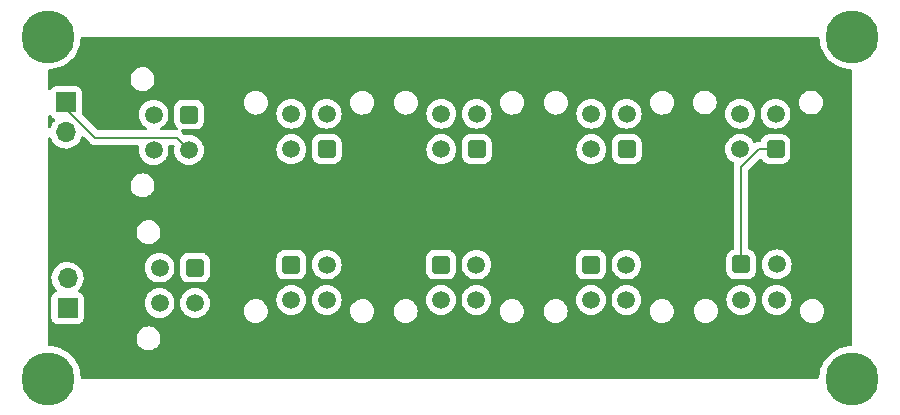
<source format=gbr>
%TF.GenerationSoftware,KiCad,Pcbnew,6.0.1-79c1e3a40b~116~ubuntu20.04.1*%
%TF.CreationDate,2022-01-27T21:22:13+08:00*%
%TF.ProjectId,canbus_board,63616e62-7573-45f6-926f-6172642e6b69,rev?*%
%TF.SameCoordinates,Original*%
%TF.FileFunction,Copper,L2,Bot*%
%TF.FilePolarity,Positive*%
%FSLAX46Y46*%
G04 Gerber Fmt 4.6, Leading zero omitted, Abs format (unit mm)*
G04 Created by KiCad (PCBNEW 6.0.1-79c1e3a40b~116~ubuntu20.04.1) date 2022-01-27 21:22:13*
%MOMM*%
%LPD*%
G01*
G04 APERTURE LIST*
G04 Aperture macros list*
%AMRoundRect*
0 Rectangle with rounded corners*
0 $1 Rounding radius*
0 $2 $3 $4 $5 $6 $7 $8 $9 X,Y pos of 4 corners*
0 Add a 4 corners polygon primitive as box body*
4,1,4,$2,$3,$4,$5,$6,$7,$8,$9,$2,$3,0*
0 Add four circle primitives for the rounded corners*
1,1,$1+$1,$2,$3*
1,1,$1+$1,$4,$5*
1,1,$1+$1,$6,$7*
1,1,$1+$1,$8,$9*
0 Add four rect primitives between the rounded corners*
20,1,$1+$1,$2,$3,$4,$5,0*
20,1,$1+$1,$4,$5,$6,$7,0*
20,1,$1+$1,$6,$7,$8,$9,0*
20,1,$1+$1,$8,$9,$2,$3,0*%
G04 Aperture macros list end*
%TA.AperFunction,ComponentPad*%
%ADD10R,1.700000X1.700000*%
%TD*%
%TA.AperFunction,ComponentPad*%
%ADD11O,1.700000X1.700000*%
%TD*%
%TA.AperFunction,ComponentPad*%
%ADD12RoundRect,0.250001X-0.499999X0.499999X-0.499999X-0.499999X0.499999X-0.499999X0.499999X0.499999X0*%
%TD*%
%TA.AperFunction,ComponentPad*%
%ADD13C,1.500000*%
%TD*%
%TA.AperFunction,ComponentPad*%
%ADD14RoundRect,0.250001X-0.499999X-0.499999X0.499999X-0.499999X0.499999X0.499999X-0.499999X0.499999X0*%
%TD*%
%TA.AperFunction,ComponentPad*%
%ADD15RoundRect,0.250001X0.499999X0.499999X-0.499999X0.499999X-0.499999X-0.499999X0.499999X-0.499999X0*%
%TD*%
%TA.AperFunction,ViaPad*%
%ADD16C,4.500000*%
%TD*%
%TA.AperFunction,Conductor*%
%ADD17C,0.200000*%
%TD*%
G04 APERTURE END LIST*
D10*
%TO.P,J12,1,Pin_1*%
%TO.N,/CAN_N*%
X58420000Y-42667000D03*
D11*
%TO.P,J12,2,Pin_2*%
%TO.N,Net-(J12-Pad2)*%
X58420000Y-45207000D03*
%TD*%
D12*
%TO.P,J10,1,Pin_1*%
%TO.N,/CAN_P*%
X69342000Y-56642000D03*
D13*
%TO.P,J10,2,Pin_2*%
%TO.N,/CAN_N*%
X69342000Y-59642000D03*
%TO.P,J10,3,Pin_3*%
%TO.N,unconnected-(J10-Pad3)*%
X66342000Y-56642000D03*
%TO.P,J10,4,Pin_4*%
%TO.N,unconnected-(J10-Pad4)*%
X66342000Y-59642000D03*
%TD*%
D14*
%TO.P,J7,1,Pin_1*%
%TO.N,/CAN_P*%
X102870000Y-56388000D03*
D13*
%TO.P,J7,2,Pin_2*%
%TO.N,/CAN_N*%
X105870000Y-56388000D03*
%TO.P,J7,3,Pin_3*%
%TO.N,unconnected-(J7-Pad3)*%
X102870000Y-59388000D03*
%TO.P,J7,4,Pin_4*%
%TO.N,unconnected-(J7-Pad4)*%
X105870000Y-59388000D03*
%TD*%
D14*
%TO.P,J5,1,Pin_1*%
%TO.N,/CAN_P*%
X90170000Y-56388000D03*
D13*
%TO.P,J5,2,Pin_2*%
%TO.N,/CAN_N*%
X93170000Y-56388000D03*
%TO.P,J5,3,Pin_3*%
%TO.N,unconnected-(J5-Pad3)*%
X90170000Y-59388000D03*
%TO.P,J5,4,Pin_4*%
%TO.N,unconnected-(J5-Pad4)*%
X93170000Y-59388000D03*
%TD*%
D15*
%TO.P,J6,1,Pin_1*%
%TO.N,/CAN_P*%
X105894000Y-46619000D03*
D13*
%TO.P,J6,2,Pin_2*%
%TO.N,/CAN_N*%
X102894000Y-46619000D03*
%TO.P,J6,3,Pin_3*%
%TO.N,unconnected-(J6-Pad3)*%
X105894000Y-43619000D03*
%TO.P,J6,4,Pin_4*%
%TO.N,unconnected-(J6-Pad4)*%
X102894000Y-43619000D03*
%TD*%
D15*
%TO.P,J8,1,Pin_1*%
%TO.N,/CAN_P*%
X118491000Y-46609000D03*
D13*
%TO.P,J8,2,Pin_2*%
%TO.N,/CAN_N*%
X115491000Y-46609000D03*
%TO.P,J8,3,Pin_3*%
%TO.N,unconnected-(J8-Pad3)*%
X118491000Y-43609000D03*
%TO.P,J8,4,Pin_4*%
%TO.N,unconnected-(J8-Pad4)*%
X115491000Y-43609000D03*
%TD*%
D14*
%TO.P,J3,1,Pin_1*%
%TO.N,/CAN_P*%
X77494000Y-56388000D03*
D13*
%TO.P,J3,2,Pin_2*%
%TO.N,/CAN_N*%
X80494000Y-56388000D03*
%TO.P,J3,3,Pin_3*%
%TO.N,unconnected-(J3-Pad3)*%
X77494000Y-59388000D03*
%TO.P,J3,4,Pin_4*%
%TO.N,unconnected-(J3-Pad4)*%
X80494000Y-59388000D03*
%TD*%
D14*
%TO.P,J9,1,Pin_1*%
%TO.N,/CAN_P*%
X115594000Y-56378000D03*
D13*
%TO.P,J9,2,Pin_2*%
%TO.N,/CAN_N*%
X118594000Y-56378000D03*
%TO.P,J9,3,Pin_3*%
%TO.N,unconnected-(J9-Pad3)*%
X115594000Y-59378000D03*
%TO.P,J9,4,Pin_4*%
%TO.N,unconnected-(J9-Pad4)*%
X118594000Y-59378000D03*
%TD*%
D12*
%TO.P,J1,1,Pin_1*%
%TO.N,/CAN_P*%
X68834000Y-43688000D03*
D13*
%TO.P,J1,2,Pin_2*%
%TO.N,/CAN_N*%
X68834000Y-46688000D03*
%TO.P,J1,3,Pin_3*%
%TO.N,unconnected-(J1-Pad3)*%
X65834000Y-43688000D03*
%TO.P,J1,4,Pin_4*%
%TO.N,unconnected-(J1-Pad4)*%
X65834000Y-46688000D03*
%TD*%
D15*
%TO.P,J2,1,Pin_1*%
%TO.N,/CAN_P*%
X80494000Y-46619000D03*
D13*
%TO.P,J2,2,Pin_2*%
%TO.N,/CAN_N*%
X77494000Y-46619000D03*
%TO.P,J2,3,Pin_3*%
%TO.N,unconnected-(J2-Pad3)*%
X80494000Y-43619000D03*
%TO.P,J2,4,Pin_4*%
%TO.N,unconnected-(J2-Pad4)*%
X77494000Y-43619000D03*
%TD*%
D15*
%TO.P,J4,1,Pin_1*%
%TO.N,/CAN_P*%
X93194000Y-46619000D03*
D13*
%TO.P,J4,2,Pin_2*%
%TO.N,/CAN_N*%
X90194000Y-46619000D03*
%TO.P,J4,3,Pin_3*%
%TO.N,unconnected-(J4-Pad3)*%
X93194000Y-43619000D03*
%TO.P,J4,4,Pin_4*%
%TO.N,unconnected-(J4-Pad4)*%
X90194000Y-43619000D03*
%TD*%
D10*
%TO.P,J11,1,Pin_1*%
%TO.N,/CAN_N*%
X58547000Y-60076000D03*
D11*
%TO.P,J11,2,Pin_2*%
%TO.N,Net-(J11-Pad2)*%
X58547000Y-57536000D03*
%TD*%
D16*
%TO.N,*%
X124968000Y-66040000D03*
X124968000Y-37084000D03*
X56896000Y-66040000D03*
X56896000Y-37084000D03*
%TD*%
D17*
%TO.N,/CAN_N*%
X58420000Y-42667000D02*
X58420000Y-43180000D01*
X58420000Y-43180000D02*
X60878489Y-45638489D01*
X60878489Y-45638489D02*
X67784489Y-45638489D01*
X67784489Y-45638489D02*
X68834000Y-46688000D01*
%TO.N,/CAN_P*%
X118491000Y-46609000D02*
X117094000Y-46609000D01*
X115570000Y-56354000D02*
X115594000Y-56378000D01*
X117094000Y-46609000D02*
X115570000Y-48133000D01*
X115570000Y-48133000D02*
X115570000Y-56354000D01*
%TD*%
%TA.AperFunction,NonConductor*%
G36*
X57104512Y-43748637D02*
G01*
X57122825Y-43768295D01*
X57206739Y-43880261D01*
X57323295Y-43967615D01*
X57331704Y-43970767D01*
X57331705Y-43970768D01*
X57440451Y-44011535D01*
X57497216Y-44054176D01*
X57521916Y-44120738D01*
X57506709Y-44190087D01*
X57487316Y-44216568D01*
X57388806Y-44319653D01*
X57360629Y-44349138D01*
X57234743Y-44533680D01*
X57140688Y-44736305D01*
X57139880Y-44739220D01*
X57097959Y-44795744D01*
X57031551Y-44820852D01*
X56962110Y-44806072D01*
X56911684Y-44756095D01*
X56896000Y-44695215D01*
X56896000Y-43843861D01*
X56916002Y-43775740D01*
X56969658Y-43729247D01*
X57039932Y-43719143D01*
X57104512Y-43748637D01*
G37*
%TD.AperFunction*%
%TA.AperFunction,NonConductor*%
G36*
X122154288Y-37104002D02*
G01*
X122200781Y-37157658D01*
X122212011Y-37203735D01*
X122221147Y-37387255D01*
X122221788Y-37390986D01*
X122221789Y-37390994D01*
X122236586Y-37477103D01*
X122277474Y-37715057D01*
X122372774Y-38033718D01*
X122374287Y-38037189D01*
X122374289Y-38037195D01*
X122428000Y-38160427D01*
X122505666Y-38338622D01*
X122674226Y-38625352D01*
X122676527Y-38628367D01*
X122873712Y-38886742D01*
X122873717Y-38886748D01*
X122876012Y-38889755D01*
X123108102Y-39128002D01*
X123367132Y-39336640D01*
X123649352Y-39512648D01*
X123950672Y-39653476D01*
X124039737Y-39682673D01*
X124259469Y-39754705D01*
X124266729Y-39757085D01*
X124592944Y-39821973D01*
X124596716Y-39822260D01*
X124596724Y-39822261D01*
X124745276Y-39833561D01*
X124851558Y-39841645D01*
X124917964Y-39866756D01*
X124960254Y-39923784D01*
X124968000Y-39967282D01*
X124968000Y-63158035D01*
X124947998Y-63226156D01*
X124894342Y-63272649D01*
X124848924Y-63283845D01*
X124703775Y-63291834D01*
X124650366Y-63294773D01*
X124646639Y-63295434D01*
X124646635Y-63295434D01*
X124387510Y-63341358D01*
X124322864Y-63352815D01*
X124319239Y-63353920D01*
X124319234Y-63353921D01*
X124111683Y-63417178D01*
X124004707Y-63449782D01*
X124001243Y-63451313D01*
X124001236Y-63451316D01*
X123916090Y-63488959D01*
X123700503Y-63584269D01*
X123697249Y-63586205D01*
X123697243Y-63586208D01*
X123589178Y-63650500D01*
X123414659Y-63754328D01*
X123151316Y-63957496D01*
X122914288Y-64190829D01*
X122707009Y-64450949D01*
X122532481Y-64734086D01*
X122393232Y-65036140D01*
X122392073Y-65039740D01*
X122392070Y-65039747D01*
X122383368Y-65066771D01*
X122291280Y-65352735D01*
X122228100Y-65679285D01*
X122227833Y-65683061D01*
X122227832Y-65683066D01*
X122210852Y-65922899D01*
X122186089Y-65989437D01*
X122129284Y-66032024D01*
X122085167Y-66040000D01*
X59778175Y-66040000D01*
X59710054Y-66019998D01*
X59663561Y-65966342D01*
X59652403Y-65921582D01*
X59639755Y-65711772D01*
X59639754Y-65711765D01*
X59639527Y-65707997D01*
X59579770Y-65380803D01*
X59481139Y-65063157D01*
X59345061Y-64759662D01*
X59260108Y-64618555D01*
X59175466Y-64477966D01*
X59175462Y-64477960D01*
X59173507Y-64474713D01*
X59171180Y-64471729D01*
X59171175Y-64471722D01*
X58971294Y-64215425D01*
X58971288Y-64215418D01*
X58968963Y-64212437D01*
X58734392Y-63976634D01*
X58473191Y-63770720D01*
X58189144Y-63597677D01*
X58068046Y-63542617D01*
X57889817Y-63461580D01*
X57889809Y-63461577D01*
X57886365Y-63460011D01*
X57569240Y-63359718D01*
X57346896Y-63317906D01*
X57246087Y-63298949D01*
X57246085Y-63298949D01*
X57242364Y-63298249D01*
X57013759Y-63283266D01*
X56947093Y-63258852D01*
X56904209Y-63202270D01*
X56896000Y-63157536D01*
X56896000Y-62634925D01*
X64388645Y-62634925D01*
X64406570Y-62831888D01*
X64462410Y-63021619D01*
X64465263Y-63027077D01*
X64465265Y-63027081D01*
X64512720Y-63117853D01*
X64554040Y-63196890D01*
X64677968Y-63351025D01*
X64682692Y-63354989D01*
X64687492Y-63359017D01*
X64829474Y-63478154D01*
X64834872Y-63481121D01*
X64834877Y-63481125D01*
X64978180Y-63559905D01*
X65002787Y-63573433D01*
X65008654Y-63575294D01*
X65008656Y-63575295D01*
X65079213Y-63597677D01*
X65191306Y-63633235D01*
X65345227Y-63650500D01*
X65451769Y-63650500D01*
X65454825Y-63650200D01*
X65454832Y-63650200D01*
X65513340Y-63644463D01*
X65598833Y-63636080D01*
X65604734Y-63634298D01*
X65604736Y-63634298D01*
X65719508Y-63599646D01*
X65788169Y-63578916D01*
X65962796Y-63486066D01*
X66049062Y-63415709D01*
X66111287Y-63364960D01*
X66111290Y-63364957D01*
X66116062Y-63361065D01*
X66186024Y-63276496D01*
X66238201Y-63213425D01*
X66238203Y-63213421D01*
X66242130Y-63208675D01*
X66336198Y-63034701D01*
X66394682Y-62845768D01*
X66415355Y-62649075D01*
X66397430Y-62452112D01*
X66341590Y-62262381D01*
X66331919Y-62243881D01*
X66252813Y-62092568D01*
X66249960Y-62087110D01*
X66126032Y-61932975D01*
X66119727Y-61927684D01*
X66103334Y-61913929D01*
X65974526Y-61805846D01*
X65969128Y-61802879D01*
X65969123Y-61802875D01*
X65806608Y-61713533D01*
X65806609Y-61713533D01*
X65801213Y-61710567D01*
X65795346Y-61708706D01*
X65795344Y-61708705D01*
X65618564Y-61652627D01*
X65618563Y-61652627D01*
X65612694Y-61650765D01*
X65458773Y-61633500D01*
X65352231Y-61633500D01*
X65349175Y-61633800D01*
X65349168Y-61633800D01*
X65290660Y-61639537D01*
X65205167Y-61647920D01*
X65199266Y-61649702D01*
X65199264Y-61649702D01*
X65125947Y-61671838D01*
X65015831Y-61705084D01*
X64841204Y-61797934D01*
X64754938Y-61868291D01*
X64692713Y-61919040D01*
X64692710Y-61919043D01*
X64687938Y-61922935D01*
X64684011Y-61927682D01*
X64684009Y-61927684D01*
X64565799Y-62070575D01*
X64565797Y-62070579D01*
X64561870Y-62075325D01*
X64467802Y-62249299D01*
X64409318Y-62438232D01*
X64388645Y-62634925D01*
X56896000Y-62634925D01*
X56896000Y-57502695D01*
X57184251Y-57502695D01*
X57184548Y-57507848D01*
X57184548Y-57507851D01*
X57192792Y-57650828D01*
X57197110Y-57725715D01*
X57198247Y-57730761D01*
X57198248Y-57730767D01*
X57201489Y-57745146D01*
X57246222Y-57943639D01*
X57284461Y-58037811D01*
X57328111Y-58145308D01*
X57330266Y-58150616D01*
X57446987Y-58341088D01*
X57593250Y-58509938D01*
X57597230Y-58513242D01*
X57601981Y-58517187D01*
X57641616Y-58576090D01*
X57643113Y-58647071D01*
X57605997Y-58707593D01*
X57565725Y-58732112D01*
X57514451Y-58751334D01*
X57450295Y-58775385D01*
X57333739Y-58862739D01*
X57246385Y-58979295D01*
X57195255Y-59115684D01*
X57188500Y-59177866D01*
X57188500Y-60974134D01*
X57195255Y-61036316D01*
X57246385Y-61172705D01*
X57333739Y-61289261D01*
X57450295Y-61376615D01*
X57586684Y-61427745D01*
X57648866Y-61434500D01*
X59445134Y-61434500D01*
X59507316Y-61427745D01*
X59643705Y-61376615D01*
X59760261Y-61289261D01*
X59847615Y-61172705D01*
X59898745Y-61036316D01*
X59905500Y-60974134D01*
X59905500Y-59642000D01*
X65078693Y-59642000D01*
X65097885Y-59861371D01*
X65154880Y-60074076D01*
X65187603Y-60144251D01*
X65245618Y-60268666D01*
X65245621Y-60268671D01*
X65247944Y-60273653D01*
X65251100Y-60278160D01*
X65251101Y-60278162D01*
X65302700Y-60351852D01*
X65374251Y-60454038D01*
X65529962Y-60609749D01*
X65534471Y-60612906D01*
X65534473Y-60612908D01*
X65609241Y-60665261D01*
X65710346Y-60736056D01*
X65909924Y-60829120D01*
X66122629Y-60886115D01*
X66342000Y-60905307D01*
X66561371Y-60886115D01*
X66774076Y-60829120D01*
X66973654Y-60736056D01*
X67074759Y-60665261D01*
X67149527Y-60612908D01*
X67149529Y-60612906D01*
X67154038Y-60609749D01*
X67309749Y-60454038D01*
X67381301Y-60351852D01*
X67432899Y-60278162D01*
X67432900Y-60278160D01*
X67436056Y-60273653D01*
X67438379Y-60268671D01*
X67438382Y-60268666D01*
X67496397Y-60144251D01*
X67529120Y-60074076D01*
X67586115Y-59861371D01*
X67605307Y-59642000D01*
X68078693Y-59642000D01*
X68097885Y-59861371D01*
X68154880Y-60074076D01*
X68187603Y-60144251D01*
X68245618Y-60268666D01*
X68245621Y-60268671D01*
X68247944Y-60273653D01*
X68251100Y-60278160D01*
X68251101Y-60278162D01*
X68302700Y-60351852D01*
X68374251Y-60454038D01*
X68529962Y-60609749D01*
X68534471Y-60612906D01*
X68534473Y-60612908D01*
X68609241Y-60665261D01*
X68710346Y-60736056D01*
X68909924Y-60829120D01*
X69122629Y-60886115D01*
X69342000Y-60905307D01*
X69561371Y-60886115D01*
X69774076Y-60829120D01*
X69973654Y-60736056D01*
X70074759Y-60665261D01*
X70149527Y-60612908D01*
X70149529Y-60612906D01*
X70154038Y-60609749D01*
X70309749Y-60454038D01*
X70381301Y-60351852D01*
X70402956Y-60320925D01*
X73480645Y-60320925D01*
X73481933Y-60335075D01*
X73495521Y-60484381D01*
X73498570Y-60517888D01*
X73500308Y-60523794D01*
X73500309Y-60523798D01*
X73514730Y-60572795D01*
X73554410Y-60707619D01*
X73557263Y-60713077D01*
X73557265Y-60713081D01*
X73570492Y-60738381D01*
X73646040Y-60882890D01*
X73769968Y-61037025D01*
X73774692Y-61040989D01*
X73777941Y-61043715D01*
X73921474Y-61164154D01*
X73926872Y-61167121D01*
X73926877Y-61167125D01*
X74070180Y-61245905D01*
X74094787Y-61259433D01*
X74100654Y-61261294D01*
X74100656Y-61261295D01*
X74262645Y-61312681D01*
X74283306Y-61319235D01*
X74437227Y-61336500D01*
X74543769Y-61336500D01*
X74546825Y-61336200D01*
X74546832Y-61336200D01*
X74605340Y-61330463D01*
X74690833Y-61322080D01*
X74696734Y-61320298D01*
X74696736Y-61320298D01*
X74781712Y-61294642D01*
X74880169Y-61264916D01*
X75054796Y-61172066D01*
X75141062Y-61101709D01*
X75203287Y-61050960D01*
X75203290Y-61050957D01*
X75208062Y-61047065D01*
X75213089Y-61040989D01*
X75330201Y-60899425D01*
X75330203Y-60899421D01*
X75334130Y-60894675D01*
X75428198Y-60720701D01*
X75486682Y-60531768D01*
X75507355Y-60335075D01*
X75489430Y-60138112D01*
X75470584Y-60074076D01*
X75435330Y-59954294D01*
X75433590Y-59948381D01*
X75428363Y-59938381D01*
X75366513Y-59820076D01*
X75341960Y-59773110D01*
X75218032Y-59618975D01*
X75211727Y-59613684D01*
X75185758Y-59591894D01*
X75066526Y-59491846D01*
X75061128Y-59488879D01*
X75061123Y-59488875D01*
X74898608Y-59399533D01*
X74898609Y-59399533D01*
X74893213Y-59396567D01*
X74887346Y-59394706D01*
X74887344Y-59394705D01*
X74866207Y-59388000D01*
X76230693Y-59388000D01*
X76249885Y-59607371D01*
X76306880Y-59820076D01*
X76309205Y-59825061D01*
X76397618Y-60014666D01*
X76397621Y-60014671D01*
X76399944Y-60019653D01*
X76403100Y-60024160D01*
X76403101Y-60024162D01*
X76521978Y-60193935D01*
X76526251Y-60200038D01*
X76681962Y-60355749D01*
X76862346Y-60482056D01*
X77061924Y-60575120D01*
X77274629Y-60632115D01*
X77494000Y-60651307D01*
X77713371Y-60632115D01*
X77926076Y-60575120D01*
X78125654Y-60482056D01*
X78306038Y-60355749D01*
X78461749Y-60200038D01*
X78466023Y-60193935D01*
X78584899Y-60024162D01*
X78584900Y-60024160D01*
X78588056Y-60019653D01*
X78590379Y-60014671D01*
X78590382Y-60014666D01*
X78678795Y-59825061D01*
X78681120Y-59820076D01*
X78738115Y-59607371D01*
X78757307Y-59388000D01*
X79230693Y-59388000D01*
X79249885Y-59607371D01*
X79306880Y-59820076D01*
X79309205Y-59825061D01*
X79397618Y-60014666D01*
X79397621Y-60014671D01*
X79399944Y-60019653D01*
X79403100Y-60024160D01*
X79403101Y-60024162D01*
X79521978Y-60193935D01*
X79526251Y-60200038D01*
X79681962Y-60355749D01*
X79862346Y-60482056D01*
X80061924Y-60575120D01*
X80274629Y-60632115D01*
X80494000Y-60651307D01*
X80713371Y-60632115D01*
X80926076Y-60575120D01*
X81125654Y-60482056D01*
X81306038Y-60355749D01*
X81340862Y-60320925D01*
X82480645Y-60320925D01*
X82481933Y-60335075D01*
X82495521Y-60484381D01*
X82498570Y-60517888D01*
X82500308Y-60523794D01*
X82500309Y-60523798D01*
X82514730Y-60572795D01*
X82554410Y-60707619D01*
X82557263Y-60713077D01*
X82557265Y-60713081D01*
X82570492Y-60738381D01*
X82646040Y-60882890D01*
X82769968Y-61037025D01*
X82774692Y-61040989D01*
X82777941Y-61043715D01*
X82921474Y-61164154D01*
X82926872Y-61167121D01*
X82926877Y-61167125D01*
X83070180Y-61245905D01*
X83094787Y-61259433D01*
X83100654Y-61261294D01*
X83100656Y-61261295D01*
X83262645Y-61312681D01*
X83283306Y-61319235D01*
X83437227Y-61336500D01*
X83543769Y-61336500D01*
X83546825Y-61336200D01*
X83546832Y-61336200D01*
X83605340Y-61330463D01*
X83690833Y-61322080D01*
X83696734Y-61320298D01*
X83696736Y-61320298D01*
X83781712Y-61294642D01*
X83880169Y-61264916D01*
X84054796Y-61172066D01*
X84141062Y-61101709D01*
X84203287Y-61050960D01*
X84203290Y-61050957D01*
X84208062Y-61047065D01*
X84213089Y-61040989D01*
X84330201Y-60899425D01*
X84330203Y-60899421D01*
X84334130Y-60894675D01*
X84428198Y-60720701D01*
X84486682Y-60531768D01*
X84507355Y-60335075D01*
X84506067Y-60320925D01*
X86156645Y-60320925D01*
X86157933Y-60335075D01*
X86171521Y-60484381D01*
X86174570Y-60517888D01*
X86176308Y-60523794D01*
X86176309Y-60523798D01*
X86190730Y-60572795D01*
X86230410Y-60707619D01*
X86233263Y-60713077D01*
X86233265Y-60713081D01*
X86246492Y-60738381D01*
X86322040Y-60882890D01*
X86445968Y-61037025D01*
X86450692Y-61040989D01*
X86453941Y-61043715D01*
X86597474Y-61164154D01*
X86602872Y-61167121D01*
X86602877Y-61167125D01*
X86746180Y-61245905D01*
X86770787Y-61259433D01*
X86776654Y-61261294D01*
X86776656Y-61261295D01*
X86938645Y-61312681D01*
X86959306Y-61319235D01*
X87113227Y-61336500D01*
X87219769Y-61336500D01*
X87222825Y-61336200D01*
X87222832Y-61336200D01*
X87281340Y-61330463D01*
X87366833Y-61322080D01*
X87372734Y-61320298D01*
X87372736Y-61320298D01*
X87457712Y-61294642D01*
X87556169Y-61264916D01*
X87730796Y-61172066D01*
X87817062Y-61101709D01*
X87879287Y-61050960D01*
X87879290Y-61050957D01*
X87884062Y-61047065D01*
X87889089Y-61040989D01*
X88006201Y-60899425D01*
X88006203Y-60899421D01*
X88010130Y-60894675D01*
X88104198Y-60720701D01*
X88162682Y-60531768D01*
X88183355Y-60335075D01*
X88165430Y-60138112D01*
X88146584Y-60074076D01*
X88111330Y-59954294D01*
X88109590Y-59948381D01*
X88104363Y-59938381D01*
X88042513Y-59820076D01*
X88017960Y-59773110D01*
X87894032Y-59618975D01*
X87887727Y-59613684D01*
X87861758Y-59591894D01*
X87742526Y-59491846D01*
X87737128Y-59488879D01*
X87737123Y-59488875D01*
X87574608Y-59399533D01*
X87574609Y-59399533D01*
X87569213Y-59396567D01*
X87563346Y-59394706D01*
X87563344Y-59394705D01*
X87542207Y-59388000D01*
X88906693Y-59388000D01*
X88925885Y-59607371D01*
X88982880Y-59820076D01*
X88985205Y-59825061D01*
X89073618Y-60014666D01*
X89073621Y-60014671D01*
X89075944Y-60019653D01*
X89079100Y-60024160D01*
X89079101Y-60024162D01*
X89197978Y-60193935D01*
X89202251Y-60200038D01*
X89357962Y-60355749D01*
X89538346Y-60482056D01*
X89737924Y-60575120D01*
X89950629Y-60632115D01*
X90170000Y-60651307D01*
X90389371Y-60632115D01*
X90602076Y-60575120D01*
X90801654Y-60482056D01*
X90982038Y-60355749D01*
X91137749Y-60200038D01*
X91142023Y-60193935D01*
X91260899Y-60024162D01*
X91260900Y-60024160D01*
X91264056Y-60019653D01*
X91266379Y-60014671D01*
X91266382Y-60014666D01*
X91354795Y-59825061D01*
X91357120Y-59820076D01*
X91414115Y-59607371D01*
X91433307Y-59388000D01*
X91906693Y-59388000D01*
X91925885Y-59607371D01*
X91982880Y-59820076D01*
X91985205Y-59825061D01*
X92073618Y-60014666D01*
X92073621Y-60014671D01*
X92075944Y-60019653D01*
X92079100Y-60024160D01*
X92079101Y-60024162D01*
X92197978Y-60193935D01*
X92202251Y-60200038D01*
X92357962Y-60355749D01*
X92538346Y-60482056D01*
X92737924Y-60575120D01*
X92950629Y-60632115D01*
X93170000Y-60651307D01*
X93389371Y-60632115D01*
X93602076Y-60575120D01*
X93801654Y-60482056D01*
X93982038Y-60355749D01*
X94016862Y-60320925D01*
X95156645Y-60320925D01*
X95157933Y-60335075D01*
X95171521Y-60484381D01*
X95174570Y-60517888D01*
X95176308Y-60523794D01*
X95176309Y-60523798D01*
X95190730Y-60572795D01*
X95230410Y-60707619D01*
X95233263Y-60713077D01*
X95233265Y-60713081D01*
X95246492Y-60738381D01*
X95322040Y-60882890D01*
X95445968Y-61037025D01*
X95450692Y-61040989D01*
X95453941Y-61043715D01*
X95597474Y-61164154D01*
X95602872Y-61167121D01*
X95602877Y-61167125D01*
X95746180Y-61245905D01*
X95770787Y-61259433D01*
X95776654Y-61261294D01*
X95776656Y-61261295D01*
X95938645Y-61312681D01*
X95959306Y-61319235D01*
X96113227Y-61336500D01*
X96219769Y-61336500D01*
X96222825Y-61336200D01*
X96222832Y-61336200D01*
X96281340Y-61330463D01*
X96366833Y-61322080D01*
X96372734Y-61320298D01*
X96372736Y-61320298D01*
X96457712Y-61294642D01*
X96556169Y-61264916D01*
X96730796Y-61172066D01*
X96817062Y-61101709D01*
X96879287Y-61050960D01*
X96879290Y-61050957D01*
X96884062Y-61047065D01*
X96889089Y-61040989D01*
X97006201Y-60899425D01*
X97006203Y-60899421D01*
X97010130Y-60894675D01*
X97104198Y-60720701D01*
X97162682Y-60531768D01*
X97183355Y-60335075D01*
X97182067Y-60320925D01*
X98856645Y-60320925D01*
X98857933Y-60335075D01*
X98871521Y-60484381D01*
X98874570Y-60517888D01*
X98876308Y-60523794D01*
X98876309Y-60523798D01*
X98890730Y-60572795D01*
X98930410Y-60707619D01*
X98933263Y-60713077D01*
X98933265Y-60713081D01*
X98946492Y-60738381D01*
X99022040Y-60882890D01*
X99145968Y-61037025D01*
X99150692Y-61040989D01*
X99153941Y-61043715D01*
X99297474Y-61164154D01*
X99302872Y-61167121D01*
X99302877Y-61167125D01*
X99446180Y-61245905D01*
X99470787Y-61259433D01*
X99476654Y-61261294D01*
X99476656Y-61261295D01*
X99638645Y-61312681D01*
X99659306Y-61319235D01*
X99813227Y-61336500D01*
X99919769Y-61336500D01*
X99922825Y-61336200D01*
X99922832Y-61336200D01*
X99981340Y-61330463D01*
X100066833Y-61322080D01*
X100072734Y-61320298D01*
X100072736Y-61320298D01*
X100157712Y-61294642D01*
X100256169Y-61264916D01*
X100430796Y-61172066D01*
X100517062Y-61101709D01*
X100579287Y-61050960D01*
X100579290Y-61050957D01*
X100584062Y-61047065D01*
X100589089Y-61040989D01*
X100706201Y-60899425D01*
X100706203Y-60899421D01*
X100710130Y-60894675D01*
X100804198Y-60720701D01*
X100862682Y-60531768D01*
X100883355Y-60335075D01*
X100865430Y-60138112D01*
X100846584Y-60074076D01*
X100811330Y-59954294D01*
X100809590Y-59948381D01*
X100804363Y-59938381D01*
X100742513Y-59820076D01*
X100717960Y-59773110D01*
X100594032Y-59618975D01*
X100587727Y-59613684D01*
X100561758Y-59591894D01*
X100442526Y-59491846D01*
X100437128Y-59488879D01*
X100437123Y-59488875D01*
X100274608Y-59399533D01*
X100274609Y-59399533D01*
X100269213Y-59396567D01*
X100263346Y-59394706D01*
X100263344Y-59394705D01*
X100242207Y-59388000D01*
X101606693Y-59388000D01*
X101625885Y-59607371D01*
X101682880Y-59820076D01*
X101685205Y-59825061D01*
X101773618Y-60014666D01*
X101773621Y-60014671D01*
X101775944Y-60019653D01*
X101779100Y-60024160D01*
X101779101Y-60024162D01*
X101897978Y-60193935D01*
X101902251Y-60200038D01*
X102057962Y-60355749D01*
X102238346Y-60482056D01*
X102437924Y-60575120D01*
X102650629Y-60632115D01*
X102870000Y-60651307D01*
X103089371Y-60632115D01*
X103302076Y-60575120D01*
X103501654Y-60482056D01*
X103682038Y-60355749D01*
X103837749Y-60200038D01*
X103842023Y-60193935D01*
X103960899Y-60024162D01*
X103960900Y-60024160D01*
X103964056Y-60019653D01*
X103966379Y-60014671D01*
X103966382Y-60014666D01*
X104054795Y-59825061D01*
X104057120Y-59820076D01*
X104114115Y-59607371D01*
X104133307Y-59388000D01*
X104606693Y-59388000D01*
X104625885Y-59607371D01*
X104682880Y-59820076D01*
X104685205Y-59825061D01*
X104773618Y-60014666D01*
X104773621Y-60014671D01*
X104775944Y-60019653D01*
X104779100Y-60024160D01*
X104779101Y-60024162D01*
X104897978Y-60193935D01*
X104902251Y-60200038D01*
X105057962Y-60355749D01*
X105238346Y-60482056D01*
X105437924Y-60575120D01*
X105650629Y-60632115D01*
X105870000Y-60651307D01*
X106089371Y-60632115D01*
X106302076Y-60575120D01*
X106501654Y-60482056D01*
X106682038Y-60355749D01*
X106716862Y-60320925D01*
X107856645Y-60320925D01*
X107857933Y-60335075D01*
X107871521Y-60484381D01*
X107874570Y-60517888D01*
X107876308Y-60523794D01*
X107876309Y-60523798D01*
X107890730Y-60572795D01*
X107930410Y-60707619D01*
X107933263Y-60713077D01*
X107933265Y-60713081D01*
X107946492Y-60738381D01*
X108022040Y-60882890D01*
X108145968Y-61037025D01*
X108150692Y-61040989D01*
X108153941Y-61043715D01*
X108297474Y-61164154D01*
X108302872Y-61167121D01*
X108302877Y-61167125D01*
X108446180Y-61245905D01*
X108470787Y-61259433D01*
X108476654Y-61261294D01*
X108476656Y-61261295D01*
X108638645Y-61312681D01*
X108659306Y-61319235D01*
X108813227Y-61336500D01*
X108919769Y-61336500D01*
X108922825Y-61336200D01*
X108922832Y-61336200D01*
X108981340Y-61330463D01*
X109066833Y-61322080D01*
X109072734Y-61320298D01*
X109072736Y-61320298D01*
X109157712Y-61294642D01*
X109256169Y-61264916D01*
X109430796Y-61172066D01*
X109517062Y-61101709D01*
X109579287Y-61050960D01*
X109579290Y-61050957D01*
X109584062Y-61047065D01*
X109589089Y-61040989D01*
X109706201Y-60899425D01*
X109706203Y-60899421D01*
X109710130Y-60894675D01*
X109804198Y-60720701D01*
X109862682Y-60531768D01*
X109883355Y-60335075D01*
X109881157Y-60310925D01*
X111580645Y-60310925D01*
X111581204Y-60317065D01*
X111596431Y-60484381D01*
X111598570Y-60507888D01*
X111654410Y-60697619D01*
X111657263Y-60703077D01*
X111657265Y-60703081D01*
X111672854Y-60732899D01*
X111746040Y-60872890D01*
X111869968Y-61027025D01*
X111874692Y-61030989D01*
X111881933Y-61037065D01*
X112021474Y-61154154D01*
X112026872Y-61157121D01*
X112026877Y-61157125D01*
X112170180Y-61235905D01*
X112194787Y-61249433D01*
X112200654Y-61251294D01*
X112200656Y-61251295D01*
X112297706Y-61282081D01*
X112383306Y-61309235D01*
X112537227Y-61326500D01*
X112643769Y-61326500D01*
X112646825Y-61326200D01*
X112646832Y-61326200D01*
X112707021Y-61320298D01*
X112790833Y-61312080D01*
X112796734Y-61310298D01*
X112796736Y-61310298D01*
X112890194Y-61282081D01*
X112980169Y-61254916D01*
X113154796Y-61162066D01*
X113241062Y-61091709D01*
X113303287Y-61040960D01*
X113303290Y-61040957D01*
X113308062Y-61037065D01*
X113421928Y-60899425D01*
X113430201Y-60889425D01*
X113430203Y-60889421D01*
X113434130Y-60884675D01*
X113528198Y-60710701D01*
X113586682Y-60521768D01*
X113588786Y-60501749D01*
X113606711Y-60331204D01*
X113606711Y-60331202D01*
X113607355Y-60325075D01*
X113599847Y-60242576D01*
X113589989Y-60134251D01*
X113589988Y-60134248D01*
X113589430Y-60128112D01*
X113533590Y-59938381D01*
X113529147Y-59929881D01*
X113444813Y-59768568D01*
X113441960Y-59763110D01*
X113318032Y-59608975D01*
X113311727Y-59603684D01*
X113183171Y-59495813D01*
X113166526Y-59481846D01*
X113161128Y-59478879D01*
X113161123Y-59478875D01*
X112998608Y-59389533D01*
X112998609Y-59389533D01*
X112993213Y-59386567D01*
X112987346Y-59384706D01*
X112987344Y-59384705D01*
X112966207Y-59378000D01*
X114330693Y-59378000D01*
X114349885Y-59597371D01*
X114406880Y-59810076D01*
X114409205Y-59815061D01*
X114497618Y-60004666D01*
X114497621Y-60004671D01*
X114499944Y-60009653D01*
X114503100Y-60014160D01*
X114503101Y-60014162D01*
X114594191Y-60144251D01*
X114626251Y-60190038D01*
X114781962Y-60345749D01*
X114786471Y-60348906D01*
X114786473Y-60348908D01*
X114861241Y-60401261D01*
X114962346Y-60472056D01*
X115161924Y-60565120D01*
X115374629Y-60622115D01*
X115594000Y-60641307D01*
X115813371Y-60622115D01*
X116026076Y-60565120D01*
X116225654Y-60472056D01*
X116326759Y-60401261D01*
X116401527Y-60348908D01*
X116401529Y-60348906D01*
X116406038Y-60345749D01*
X116561749Y-60190038D01*
X116593810Y-60144251D01*
X116684899Y-60014162D01*
X116684900Y-60014160D01*
X116688056Y-60009653D01*
X116690379Y-60004671D01*
X116690382Y-60004666D01*
X116778795Y-59815061D01*
X116781120Y-59810076D01*
X116838115Y-59597371D01*
X116857307Y-59378000D01*
X117330693Y-59378000D01*
X117349885Y-59597371D01*
X117406880Y-59810076D01*
X117409205Y-59815061D01*
X117497618Y-60004666D01*
X117497621Y-60004671D01*
X117499944Y-60009653D01*
X117503100Y-60014160D01*
X117503101Y-60014162D01*
X117594191Y-60144251D01*
X117626251Y-60190038D01*
X117781962Y-60345749D01*
X117786471Y-60348906D01*
X117786473Y-60348908D01*
X117861241Y-60401261D01*
X117962346Y-60472056D01*
X118161924Y-60565120D01*
X118374629Y-60622115D01*
X118594000Y-60641307D01*
X118813371Y-60622115D01*
X119026076Y-60565120D01*
X119225654Y-60472056D01*
X119326759Y-60401261D01*
X119401527Y-60348908D01*
X119401529Y-60348906D01*
X119406038Y-60345749D01*
X119440862Y-60310925D01*
X120580645Y-60310925D01*
X120581204Y-60317065D01*
X120596431Y-60484381D01*
X120598570Y-60507888D01*
X120654410Y-60697619D01*
X120657263Y-60703077D01*
X120657265Y-60703081D01*
X120672854Y-60732899D01*
X120746040Y-60872890D01*
X120869968Y-61027025D01*
X120874692Y-61030989D01*
X120881933Y-61037065D01*
X121021474Y-61154154D01*
X121026872Y-61157121D01*
X121026877Y-61157125D01*
X121170180Y-61235905D01*
X121194787Y-61249433D01*
X121200654Y-61251294D01*
X121200656Y-61251295D01*
X121297706Y-61282081D01*
X121383306Y-61309235D01*
X121537227Y-61326500D01*
X121643769Y-61326500D01*
X121646825Y-61326200D01*
X121646832Y-61326200D01*
X121707021Y-61320298D01*
X121790833Y-61312080D01*
X121796734Y-61310298D01*
X121796736Y-61310298D01*
X121890194Y-61282081D01*
X121980169Y-61254916D01*
X122154796Y-61162066D01*
X122241062Y-61091709D01*
X122303287Y-61040960D01*
X122303290Y-61040957D01*
X122308062Y-61037065D01*
X122421928Y-60899425D01*
X122430201Y-60889425D01*
X122430203Y-60889421D01*
X122434130Y-60884675D01*
X122528198Y-60710701D01*
X122586682Y-60521768D01*
X122588786Y-60501749D01*
X122606711Y-60331204D01*
X122606711Y-60331202D01*
X122607355Y-60325075D01*
X122599847Y-60242576D01*
X122589989Y-60134251D01*
X122589988Y-60134248D01*
X122589430Y-60128112D01*
X122533590Y-59938381D01*
X122529147Y-59929881D01*
X122444813Y-59768568D01*
X122441960Y-59763110D01*
X122318032Y-59608975D01*
X122311727Y-59603684D01*
X122183171Y-59495813D01*
X122166526Y-59481846D01*
X122161128Y-59478879D01*
X122161123Y-59478875D01*
X121998608Y-59389533D01*
X121998609Y-59389533D01*
X121993213Y-59386567D01*
X121987346Y-59384706D01*
X121987344Y-59384705D01*
X121810564Y-59328627D01*
X121810563Y-59328627D01*
X121804694Y-59326765D01*
X121650773Y-59309500D01*
X121544231Y-59309500D01*
X121541175Y-59309800D01*
X121541168Y-59309800D01*
X121482660Y-59315537D01*
X121397167Y-59323920D01*
X121391266Y-59325702D01*
X121391264Y-59325702D01*
X121354622Y-59336765D01*
X121207831Y-59381084D01*
X121033204Y-59473934D01*
X121006378Y-59495813D01*
X120884713Y-59595040D01*
X120884710Y-59595043D01*
X120879938Y-59598935D01*
X120876011Y-59603682D01*
X120876009Y-59603684D01*
X120757799Y-59746575D01*
X120757797Y-59746579D01*
X120753870Y-59751325D01*
X120659802Y-59925299D01*
X120601318Y-60114232D01*
X120600674Y-60120357D01*
X120600674Y-60120358D01*
X120585087Y-60268666D01*
X120580645Y-60310925D01*
X119440862Y-60310925D01*
X119561749Y-60190038D01*
X119593810Y-60144251D01*
X119684899Y-60014162D01*
X119684900Y-60014160D01*
X119688056Y-60009653D01*
X119690379Y-60004671D01*
X119690382Y-60004666D01*
X119778795Y-59815061D01*
X119781120Y-59810076D01*
X119838115Y-59597371D01*
X119857307Y-59378000D01*
X119838115Y-59158629D01*
X119781120Y-58945924D01*
X119725229Y-58826065D01*
X119690382Y-58751334D01*
X119690379Y-58751329D01*
X119688056Y-58746347D01*
X119618542Y-58647071D01*
X119564908Y-58570473D01*
X119564906Y-58570470D01*
X119561749Y-58565962D01*
X119406038Y-58410251D01*
X119225654Y-58283944D01*
X119026076Y-58190880D01*
X118813371Y-58133885D01*
X118594000Y-58114693D01*
X118374629Y-58133885D01*
X118161924Y-58190880D01*
X118070658Y-58233438D01*
X117967334Y-58281618D01*
X117967329Y-58281621D01*
X117962347Y-58283944D01*
X117957840Y-58287100D01*
X117957838Y-58287101D01*
X117786473Y-58407092D01*
X117786470Y-58407094D01*
X117781962Y-58410251D01*
X117626251Y-58565962D01*
X117623094Y-58570470D01*
X117623092Y-58570473D01*
X117569458Y-58647071D01*
X117499944Y-58746347D01*
X117497621Y-58751329D01*
X117497618Y-58751334D01*
X117462771Y-58826065D01*
X117406880Y-58945924D01*
X117349885Y-59158629D01*
X117330693Y-59378000D01*
X116857307Y-59378000D01*
X116838115Y-59158629D01*
X116781120Y-58945924D01*
X116725229Y-58826065D01*
X116690382Y-58751334D01*
X116690379Y-58751329D01*
X116688056Y-58746347D01*
X116618542Y-58647071D01*
X116564908Y-58570473D01*
X116564906Y-58570470D01*
X116561749Y-58565962D01*
X116406038Y-58410251D01*
X116225654Y-58283944D01*
X116026076Y-58190880D01*
X115813371Y-58133885D01*
X115594000Y-58114693D01*
X115374629Y-58133885D01*
X115161924Y-58190880D01*
X115070658Y-58233438D01*
X114967334Y-58281618D01*
X114967329Y-58281621D01*
X114962347Y-58283944D01*
X114957840Y-58287100D01*
X114957838Y-58287101D01*
X114786473Y-58407092D01*
X114786470Y-58407094D01*
X114781962Y-58410251D01*
X114626251Y-58565962D01*
X114623094Y-58570470D01*
X114623092Y-58570473D01*
X114569458Y-58647071D01*
X114499944Y-58746347D01*
X114497621Y-58751329D01*
X114497618Y-58751334D01*
X114462771Y-58826065D01*
X114406880Y-58945924D01*
X114349885Y-59158629D01*
X114330693Y-59378000D01*
X112966207Y-59378000D01*
X112810564Y-59328627D01*
X112810563Y-59328627D01*
X112804694Y-59326765D01*
X112650773Y-59309500D01*
X112544231Y-59309500D01*
X112541175Y-59309800D01*
X112541168Y-59309800D01*
X112482660Y-59315537D01*
X112397167Y-59323920D01*
X112391266Y-59325702D01*
X112391264Y-59325702D01*
X112354622Y-59336765D01*
X112207831Y-59381084D01*
X112033204Y-59473934D01*
X112006378Y-59495813D01*
X111884713Y-59595040D01*
X111884710Y-59595043D01*
X111879938Y-59598935D01*
X111876011Y-59603682D01*
X111876009Y-59603684D01*
X111757799Y-59746575D01*
X111757797Y-59746579D01*
X111753870Y-59751325D01*
X111659802Y-59925299D01*
X111601318Y-60114232D01*
X111600674Y-60120357D01*
X111600674Y-60120358D01*
X111585087Y-60268666D01*
X111580645Y-60310925D01*
X109881157Y-60310925D01*
X109865430Y-60138112D01*
X109846584Y-60074076D01*
X109811330Y-59954294D01*
X109809590Y-59948381D01*
X109804363Y-59938381D01*
X109742513Y-59820076D01*
X109717960Y-59773110D01*
X109594032Y-59618975D01*
X109587727Y-59613684D01*
X109561758Y-59591894D01*
X109442526Y-59491846D01*
X109437128Y-59488879D01*
X109437123Y-59488875D01*
X109274608Y-59399533D01*
X109274609Y-59399533D01*
X109269213Y-59396567D01*
X109263346Y-59394706D01*
X109263344Y-59394705D01*
X109086564Y-59338627D01*
X109086563Y-59338627D01*
X109080694Y-59336765D01*
X108926773Y-59319500D01*
X108820231Y-59319500D01*
X108817175Y-59319800D01*
X108817168Y-59319800D01*
X108758660Y-59325537D01*
X108673167Y-59333920D01*
X108667266Y-59335702D01*
X108667264Y-59335702D01*
X108593947Y-59357838D01*
X108483831Y-59391084D01*
X108309204Y-59483934D01*
X108222938Y-59554291D01*
X108160713Y-59605040D01*
X108160710Y-59605043D01*
X108155938Y-59608935D01*
X108152011Y-59613682D01*
X108152009Y-59613684D01*
X108033799Y-59756575D01*
X108033797Y-59756579D01*
X108029870Y-59761325D01*
X107935802Y-59935299D01*
X107877318Y-60124232D01*
X107876674Y-60130357D01*
X107876674Y-60130358D01*
X107861140Y-60278162D01*
X107856645Y-60320925D01*
X106716862Y-60320925D01*
X106837749Y-60200038D01*
X106842023Y-60193935D01*
X106960899Y-60024162D01*
X106960900Y-60024160D01*
X106964056Y-60019653D01*
X106966379Y-60014671D01*
X106966382Y-60014666D01*
X107054795Y-59825061D01*
X107057120Y-59820076D01*
X107114115Y-59607371D01*
X107133307Y-59388000D01*
X107114115Y-59168629D01*
X107057120Y-58955924D01*
X106971464Y-58772233D01*
X106966382Y-58761334D01*
X106966379Y-58761329D01*
X106964056Y-58756347D01*
X106953897Y-58741838D01*
X106840908Y-58580473D01*
X106840906Y-58580470D01*
X106837749Y-58575962D01*
X106682038Y-58420251D01*
X106673323Y-58414148D01*
X106562700Y-58336689D01*
X106501654Y-58293944D01*
X106302076Y-58200880D01*
X106089371Y-58143885D01*
X105870000Y-58124693D01*
X105650629Y-58143885D01*
X105437924Y-58200880D01*
X105368103Y-58233438D01*
X105243334Y-58291618D01*
X105243329Y-58291621D01*
X105238347Y-58293944D01*
X105233840Y-58297100D01*
X105233838Y-58297101D01*
X105062473Y-58417092D01*
X105062470Y-58417094D01*
X105057962Y-58420251D01*
X104902251Y-58575962D01*
X104899094Y-58580470D01*
X104899092Y-58580473D01*
X104786103Y-58741838D01*
X104775944Y-58756347D01*
X104773621Y-58761329D01*
X104773618Y-58761334D01*
X104768536Y-58772233D01*
X104682880Y-58955924D01*
X104625885Y-59168629D01*
X104606693Y-59388000D01*
X104133307Y-59388000D01*
X104114115Y-59168629D01*
X104057120Y-58955924D01*
X103971464Y-58772233D01*
X103966382Y-58761334D01*
X103966379Y-58761329D01*
X103964056Y-58756347D01*
X103953897Y-58741838D01*
X103840908Y-58580473D01*
X103840906Y-58580470D01*
X103837749Y-58575962D01*
X103682038Y-58420251D01*
X103673323Y-58414148D01*
X103562700Y-58336689D01*
X103501654Y-58293944D01*
X103302076Y-58200880D01*
X103089371Y-58143885D01*
X102870000Y-58124693D01*
X102650629Y-58143885D01*
X102437924Y-58200880D01*
X102368103Y-58233438D01*
X102243334Y-58291618D01*
X102243329Y-58291621D01*
X102238347Y-58293944D01*
X102233840Y-58297100D01*
X102233838Y-58297101D01*
X102062473Y-58417092D01*
X102062470Y-58417094D01*
X102057962Y-58420251D01*
X101902251Y-58575962D01*
X101899094Y-58580470D01*
X101899092Y-58580473D01*
X101786103Y-58741838D01*
X101775944Y-58756347D01*
X101773621Y-58761329D01*
X101773618Y-58761334D01*
X101768536Y-58772233D01*
X101682880Y-58955924D01*
X101625885Y-59168629D01*
X101606693Y-59388000D01*
X100242207Y-59388000D01*
X100086564Y-59338627D01*
X100086563Y-59338627D01*
X100080694Y-59336765D01*
X99926773Y-59319500D01*
X99820231Y-59319500D01*
X99817175Y-59319800D01*
X99817168Y-59319800D01*
X99758660Y-59325537D01*
X99673167Y-59333920D01*
X99667266Y-59335702D01*
X99667264Y-59335702D01*
X99593947Y-59357838D01*
X99483831Y-59391084D01*
X99309204Y-59483934D01*
X99222938Y-59554291D01*
X99160713Y-59605040D01*
X99160710Y-59605043D01*
X99155938Y-59608935D01*
X99152011Y-59613682D01*
X99152009Y-59613684D01*
X99033799Y-59756575D01*
X99033797Y-59756579D01*
X99029870Y-59761325D01*
X98935802Y-59935299D01*
X98877318Y-60124232D01*
X98876674Y-60130357D01*
X98876674Y-60130358D01*
X98861140Y-60278162D01*
X98856645Y-60320925D01*
X97182067Y-60320925D01*
X97165430Y-60138112D01*
X97146584Y-60074076D01*
X97111330Y-59954294D01*
X97109590Y-59948381D01*
X97104363Y-59938381D01*
X97042513Y-59820076D01*
X97017960Y-59773110D01*
X96894032Y-59618975D01*
X96887727Y-59613684D01*
X96861758Y-59591894D01*
X96742526Y-59491846D01*
X96737128Y-59488879D01*
X96737123Y-59488875D01*
X96574608Y-59399533D01*
X96574609Y-59399533D01*
X96569213Y-59396567D01*
X96563346Y-59394706D01*
X96563344Y-59394705D01*
X96386564Y-59338627D01*
X96386563Y-59338627D01*
X96380694Y-59336765D01*
X96226773Y-59319500D01*
X96120231Y-59319500D01*
X96117175Y-59319800D01*
X96117168Y-59319800D01*
X96058660Y-59325537D01*
X95973167Y-59333920D01*
X95967266Y-59335702D01*
X95967264Y-59335702D01*
X95893947Y-59357838D01*
X95783831Y-59391084D01*
X95609204Y-59483934D01*
X95522938Y-59554291D01*
X95460713Y-59605040D01*
X95460710Y-59605043D01*
X95455938Y-59608935D01*
X95452011Y-59613682D01*
X95452009Y-59613684D01*
X95333799Y-59756575D01*
X95333797Y-59756579D01*
X95329870Y-59761325D01*
X95235802Y-59935299D01*
X95177318Y-60124232D01*
X95176674Y-60130357D01*
X95176674Y-60130358D01*
X95161140Y-60278162D01*
X95156645Y-60320925D01*
X94016862Y-60320925D01*
X94137749Y-60200038D01*
X94142023Y-60193935D01*
X94260899Y-60024162D01*
X94260900Y-60024160D01*
X94264056Y-60019653D01*
X94266379Y-60014671D01*
X94266382Y-60014666D01*
X94354795Y-59825061D01*
X94357120Y-59820076D01*
X94414115Y-59607371D01*
X94433307Y-59388000D01*
X94414115Y-59168629D01*
X94357120Y-58955924D01*
X94271464Y-58772233D01*
X94266382Y-58761334D01*
X94266379Y-58761329D01*
X94264056Y-58756347D01*
X94253897Y-58741838D01*
X94140908Y-58580473D01*
X94140906Y-58580470D01*
X94137749Y-58575962D01*
X93982038Y-58420251D01*
X93973323Y-58414148D01*
X93862700Y-58336689D01*
X93801654Y-58293944D01*
X93602076Y-58200880D01*
X93389371Y-58143885D01*
X93170000Y-58124693D01*
X92950629Y-58143885D01*
X92737924Y-58200880D01*
X92668103Y-58233438D01*
X92543334Y-58291618D01*
X92543329Y-58291621D01*
X92538347Y-58293944D01*
X92533840Y-58297100D01*
X92533838Y-58297101D01*
X92362473Y-58417092D01*
X92362470Y-58417094D01*
X92357962Y-58420251D01*
X92202251Y-58575962D01*
X92199094Y-58580470D01*
X92199092Y-58580473D01*
X92086103Y-58741838D01*
X92075944Y-58756347D01*
X92073621Y-58761329D01*
X92073618Y-58761334D01*
X92068536Y-58772233D01*
X91982880Y-58955924D01*
X91925885Y-59168629D01*
X91906693Y-59388000D01*
X91433307Y-59388000D01*
X91414115Y-59168629D01*
X91357120Y-58955924D01*
X91271464Y-58772233D01*
X91266382Y-58761334D01*
X91266379Y-58761329D01*
X91264056Y-58756347D01*
X91253897Y-58741838D01*
X91140908Y-58580473D01*
X91140906Y-58580470D01*
X91137749Y-58575962D01*
X90982038Y-58420251D01*
X90973323Y-58414148D01*
X90862700Y-58336689D01*
X90801654Y-58293944D01*
X90602076Y-58200880D01*
X90389371Y-58143885D01*
X90170000Y-58124693D01*
X89950629Y-58143885D01*
X89737924Y-58200880D01*
X89668103Y-58233438D01*
X89543334Y-58291618D01*
X89543329Y-58291621D01*
X89538347Y-58293944D01*
X89533840Y-58297100D01*
X89533838Y-58297101D01*
X89362473Y-58417092D01*
X89362470Y-58417094D01*
X89357962Y-58420251D01*
X89202251Y-58575962D01*
X89199094Y-58580470D01*
X89199092Y-58580473D01*
X89086103Y-58741838D01*
X89075944Y-58756347D01*
X89073621Y-58761329D01*
X89073618Y-58761334D01*
X89068536Y-58772233D01*
X88982880Y-58955924D01*
X88925885Y-59168629D01*
X88906693Y-59388000D01*
X87542207Y-59388000D01*
X87386564Y-59338627D01*
X87386563Y-59338627D01*
X87380694Y-59336765D01*
X87226773Y-59319500D01*
X87120231Y-59319500D01*
X87117175Y-59319800D01*
X87117168Y-59319800D01*
X87058660Y-59325537D01*
X86973167Y-59333920D01*
X86967266Y-59335702D01*
X86967264Y-59335702D01*
X86893947Y-59357838D01*
X86783831Y-59391084D01*
X86609204Y-59483934D01*
X86522938Y-59554291D01*
X86460713Y-59605040D01*
X86460710Y-59605043D01*
X86455938Y-59608935D01*
X86452011Y-59613682D01*
X86452009Y-59613684D01*
X86333799Y-59756575D01*
X86333797Y-59756579D01*
X86329870Y-59761325D01*
X86235802Y-59935299D01*
X86177318Y-60124232D01*
X86176674Y-60130357D01*
X86176674Y-60130358D01*
X86161140Y-60278162D01*
X86156645Y-60320925D01*
X84506067Y-60320925D01*
X84489430Y-60138112D01*
X84470584Y-60074076D01*
X84435330Y-59954294D01*
X84433590Y-59948381D01*
X84428363Y-59938381D01*
X84366513Y-59820076D01*
X84341960Y-59773110D01*
X84218032Y-59618975D01*
X84211727Y-59613684D01*
X84185758Y-59591894D01*
X84066526Y-59491846D01*
X84061128Y-59488879D01*
X84061123Y-59488875D01*
X83898608Y-59399533D01*
X83898609Y-59399533D01*
X83893213Y-59396567D01*
X83887346Y-59394706D01*
X83887344Y-59394705D01*
X83710564Y-59338627D01*
X83710563Y-59338627D01*
X83704694Y-59336765D01*
X83550773Y-59319500D01*
X83444231Y-59319500D01*
X83441175Y-59319800D01*
X83441168Y-59319800D01*
X83382660Y-59325537D01*
X83297167Y-59333920D01*
X83291266Y-59335702D01*
X83291264Y-59335702D01*
X83217947Y-59357838D01*
X83107831Y-59391084D01*
X82933204Y-59483934D01*
X82846938Y-59554291D01*
X82784713Y-59605040D01*
X82784710Y-59605043D01*
X82779938Y-59608935D01*
X82776011Y-59613682D01*
X82776009Y-59613684D01*
X82657799Y-59756575D01*
X82657797Y-59756579D01*
X82653870Y-59761325D01*
X82559802Y-59935299D01*
X82501318Y-60124232D01*
X82500674Y-60130357D01*
X82500674Y-60130358D01*
X82485140Y-60278162D01*
X82480645Y-60320925D01*
X81340862Y-60320925D01*
X81461749Y-60200038D01*
X81466023Y-60193935D01*
X81584899Y-60024162D01*
X81584900Y-60024160D01*
X81588056Y-60019653D01*
X81590379Y-60014671D01*
X81590382Y-60014666D01*
X81678795Y-59825061D01*
X81681120Y-59820076D01*
X81738115Y-59607371D01*
X81757307Y-59388000D01*
X81738115Y-59168629D01*
X81681120Y-58955924D01*
X81595464Y-58772233D01*
X81590382Y-58761334D01*
X81590379Y-58761329D01*
X81588056Y-58756347D01*
X81577897Y-58741838D01*
X81464908Y-58580473D01*
X81464906Y-58580470D01*
X81461749Y-58575962D01*
X81306038Y-58420251D01*
X81297323Y-58414148D01*
X81186700Y-58336689D01*
X81125654Y-58293944D01*
X80926076Y-58200880D01*
X80713371Y-58143885D01*
X80494000Y-58124693D01*
X80274629Y-58143885D01*
X80061924Y-58200880D01*
X79992103Y-58233438D01*
X79867334Y-58291618D01*
X79867329Y-58291621D01*
X79862347Y-58293944D01*
X79857840Y-58297100D01*
X79857838Y-58297101D01*
X79686473Y-58417092D01*
X79686470Y-58417094D01*
X79681962Y-58420251D01*
X79526251Y-58575962D01*
X79523094Y-58580470D01*
X79523092Y-58580473D01*
X79410103Y-58741838D01*
X79399944Y-58756347D01*
X79397621Y-58761329D01*
X79397618Y-58761334D01*
X79392536Y-58772233D01*
X79306880Y-58955924D01*
X79249885Y-59168629D01*
X79230693Y-59388000D01*
X78757307Y-59388000D01*
X78738115Y-59168629D01*
X78681120Y-58955924D01*
X78595464Y-58772233D01*
X78590382Y-58761334D01*
X78590379Y-58761329D01*
X78588056Y-58756347D01*
X78577897Y-58741838D01*
X78464908Y-58580473D01*
X78464906Y-58580470D01*
X78461749Y-58575962D01*
X78306038Y-58420251D01*
X78297323Y-58414148D01*
X78186700Y-58336689D01*
X78125654Y-58293944D01*
X77926076Y-58200880D01*
X77713371Y-58143885D01*
X77494000Y-58124693D01*
X77274629Y-58143885D01*
X77061924Y-58200880D01*
X76992103Y-58233438D01*
X76867334Y-58291618D01*
X76867329Y-58291621D01*
X76862347Y-58293944D01*
X76857840Y-58297100D01*
X76857838Y-58297101D01*
X76686473Y-58417092D01*
X76686470Y-58417094D01*
X76681962Y-58420251D01*
X76526251Y-58575962D01*
X76523094Y-58580470D01*
X76523092Y-58580473D01*
X76410103Y-58741838D01*
X76399944Y-58756347D01*
X76397621Y-58761329D01*
X76397618Y-58761334D01*
X76392536Y-58772233D01*
X76306880Y-58955924D01*
X76249885Y-59168629D01*
X76230693Y-59388000D01*
X74866207Y-59388000D01*
X74710564Y-59338627D01*
X74710563Y-59338627D01*
X74704694Y-59336765D01*
X74550773Y-59319500D01*
X74444231Y-59319500D01*
X74441175Y-59319800D01*
X74441168Y-59319800D01*
X74382660Y-59325537D01*
X74297167Y-59333920D01*
X74291266Y-59335702D01*
X74291264Y-59335702D01*
X74217947Y-59357838D01*
X74107831Y-59391084D01*
X73933204Y-59483934D01*
X73846938Y-59554291D01*
X73784713Y-59605040D01*
X73784710Y-59605043D01*
X73779938Y-59608935D01*
X73776011Y-59613682D01*
X73776009Y-59613684D01*
X73657799Y-59756575D01*
X73657797Y-59756579D01*
X73653870Y-59761325D01*
X73559802Y-59935299D01*
X73501318Y-60124232D01*
X73500674Y-60130357D01*
X73500674Y-60130358D01*
X73485140Y-60278162D01*
X73480645Y-60320925D01*
X70402956Y-60320925D01*
X70432899Y-60278162D01*
X70432900Y-60278160D01*
X70436056Y-60273653D01*
X70438379Y-60268671D01*
X70438382Y-60268666D01*
X70496397Y-60144251D01*
X70529120Y-60074076D01*
X70586115Y-59861371D01*
X70605307Y-59642000D01*
X70586115Y-59422629D01*
X70529120Y-59209924D01*
X70481725Y-59108285D01*
X70438382Y-59015334D01*
X70438379Y-59015329D01*
X70436056Y-59010347D01*
X70432899Y-59005838D01*
X70312908Y-58834473D01*
X70312906Y-58834470D01*
X70309749Y-58829962D01*
X70154038Y-58674251D01*
X69973654Y-58547944D01*
X69774076Y-58454880D01*
X69561371Y-58397885D01*
X69342000Y-58378693D01*
X69122629Y-58397885D01*
X68909924Y-58454880D01*
X68816562Y-58498415D01*
X68715334Y-58545618D01*
X68715329Y-58545621D01*
X68710347Y-58547944D01*
X68705840Y-58551100D01*
X68705838Y-58551101D01*
X68534473Y-58671092D01*
X68534470Y-58671094D01*
X68529962Y-58674251D01*
X68374251Y-58829962D01*
X68371094Y-58834470D01*
X68371092Y-58834473D01*
X68251101Y-59005838D01*
X68247944Y-59010347D01*
X68245621Y-59015329D01*
X68245618Y-59015334D01*
X68202275Y-59108285D01*
X68154880Y-59209924D01*
X68097885Y-59422629D01*
X68078693Y-59642000D01*
X67605307Y-59642000D01*
X67586115Y-59422629D01*
X67529120Y-59209924D01*
X67481725Y-59108285D01*
X67438382Y-59015334D01*
X67438379Y-59015329D01*
X67436056Y-59010347D01*
X67432899Y-59005838D01*
X67312908Y-58834473D01*
X67312906Y-58834470D01*
X67309749Y-58829962D01*
X67154038Y-58674251D01*
X66973654Y-58547944D01*
X66774076Y-58454880D01*
X66561371Y-58397885D01*
X66342000Y-58378693D01*
X66122629Y-58397885D01*
X65909924Y-58454880D01*
X65816562Y-58498415D01*
X65715334Y-58545618D01*
X65715329Y-58545621D01*
X65710347Y-58547944D01*
X65705840Y-58551100D01*
X65705838Y-58551101D01*
X65534473Y-58671092D01*
X65534470Y-58671094D01*
X65529962Y-58674251D01*
X65374251Y-58829962D01*
X65371094Y-58834470D01*
X65371092Y-58834473D01*
X65251101Y-59005838D01*
X65247944Y-59010347D01*
X65245621Y-59015329D01*
X65245618Y-59015334D01*
X65202275Y-59108285D01*
X65154880Y-59209924D01*
X65097885Y-59422629D01*
X65078693Y-59642000D01*
X59905500Y-59642000D01*
X59905500Y-59177866D01*
X59898745Y-59115684D01*
X59847615Y-58979295D01*
X59760261Y-58862739D01*
X59643705Y-58775385D01*
X59606224Y-58761334D01*
X59525203Y-58730960D01*
X59468439Y-58688318D01*
X59443739Y-58621756D01*
X59458947Y-58552408D01*
X59480493Y-58523727D01*
X59551009Y-58453457D01*
X59585096Y-58419489D01*
X59599598Y-58399308D01*
X59712435Y-58242277D01*
X59715453Y-58238077D01*
X59739483Y-58189457D01*
X59812136Y-58042453D01*
X59812137Y-58042451D01*
X59814430Y-58037811D01*
X59876318Y-57834115D01*
X59877865Y-57829023D01*
X59877865Y-57829021D01*
X59879370Y-57824069D01*
X59908529Y-57602590D01*
X59909092Y-57579550D01*
X59910074Y-57539365D01*
X59910074Y-57539361D01*
X59910156Y-57536000D01*
X59891852Y-57313361D01*
X59837431Y-57096702D01*
X59748354Y-56891840D01*
X59698492Y-56814765D01*
X59629822Y-56708617D01*
X59629820Y-56708614D01*
X59627014Y-56704277D01*
X59570346Y-56642000D01*
X65078693Y-56642000D01*
X65097885Y-56861371D01*
X65154880Y-57074076D01*
X65157205Y-57079061D01*
X65245618Y-57268666D01*
X65245621Y-57268671D01*
X65247944Y-57273653D01*
X65251100Y-57278160D01*
X65251101Y-57278162D01*
X65302700Y-57351852D01*
X65374251Y-57454038D01*
X65529962Y-57609749D01*
X65534471Y-57612906D01*
X65534473Y-57612908D01*
X65609241Y-57665261D01*
X65710346Y-57736056D01*
X65909924Y-57829120D01*
X66122629Y-57886115D01*
X66342000Y-57905307D01*
X66561371Y-57886115D01*
X66774076Y-57829120D01*
X66973654Y-57736056D01*
X67074759Y-57665261D01*
X67149527Y-57612908D01*
X67149529Y-57612906D01*
X67154038Y-57609749D01*
X67309749Y-57454038D01*
X67381301Y-57351852D01*
X67432899Y-57278162D01*
X67432900Y-57278160D01*
X67436056Y-57273653D01*
X67438379Y-57268671D01*
X67438382Y-57268666D01*
X67473945Y-57192400D01*
X68083500Y-57192400D01*
X68083837Y-57195646D01*
X68083837Y-57195650D01*
X68092399Y-57278162D01*
X68094474Y-57298165D01*
X68096655Y-57304701D01*
X68096655Y-57304703D01*
X68115887Y-57362348D01*
X68150450Y-57465945D01*
X68243522Y-57616348D01*
X68248704Y-57621521D01*
X68259796Y-57632594D01*
X68368697Y-57741305D01*
X68374927Y-57745145D01*
X68374928Y-57745146D01*
X68512090Y-57829694D01*
X68519262Y-57834115D01*
X68599005Y-57860564D01*
X68680611Y-57887632D01*
X68680613Y-57887632D01*
X68687139Y-57889797D01*
X68693975Y-57890497D01*
X68693978Y-57890498D01*
X68737031Y-57894909D01*
X68791600Y-57900500D01*
X69892400Y-57900500D01*
X69895646Y-57900163D01*
X69895650Y-57900163D01*
X69991307Y-57890238D01*
X69991311Y-57890237D01*
X69998165Y-57889526D01*
X70004701Y-57887345D01*
X70004703Y-57887345D01*
X70136805Y-57843272D01*
X70165945Y-57833550D01*
X70316348Y-57740478D01*
X70441305Y-57615303D01*
X70447131Y-57605852D01*
X70530275Y-57470968D01*
X70530276Y-57470966D01*
X70534115Y-57464738D01*
X70571557Y-57351852D01*
X70587632Y-57303389D01*
X70587632Y-57303387D01*
X70589797Y-57296861D01*
X70600500Y-57192400D01*
X70600500Y-56938400D01*
X76235500Y-56938400D01*
X76235837Y-56941646D01*
X76235837Y-56941650D01*
X76244725Y-57027307D01*
X76246474Y-57044165D01*
X76248655Y-57050701D01*
X76248655Y-57050703D01*
X76253527Y-57065305D01*
X76302450Y-57211945D01*
X76395522Y-57362348D01*
X76520697Y-57487305D01*
X76526927Y-57491145D01*
X76526928Y-57491146D01*
X76664090Y-57575694D01*
X76671262Y-57580115D01*
X76748857Y-57605852D01*
X76832611Y-57633632D01*
X76832613Y-57633632D01*
X76839139Y-57635797D01*
X76845975Y-57636497D01*
X76845978Y-57636498D01*
X76888241Y-57640828D01*
X76943600Y-57646500D01*
X78044400Y-57646500D01*
X78047646Y-57646163D01*
X78047650Y-57646163D01*
X78143307Y-57636238D01*
X78143311Y-57636237D01*
X78150165Y-57635526D01*
X78156701Y-57633345D01*
X78156703Y-57633345D01*
X78288805Y-57589272D01*
X78317945Y-57579550D01*
X78468348Y-57486478D01*
X78593305Y-57361303D01*
X78599469Y-57351303D01*
X78682275Y-57216968D01*
X78682276Y-57216966D01*
X78686115Y-57210738D01*
X78712564Y-57130995D01*
X78739632Y-57049389D01*
X78739632Y-57049387D01*
X78741797Y-57042861D01*
X78743523Y-57026022D01*
X78752172Y-56941598D01*
X78752500Y-56938400D01*
X78752500Y-56388000D01*
X79230693Y-56388000D01*
X79249885Y-56607371D01*
X79306880Y-56820076D01*
X79309205Y-56825061D01*
X79397618Y-57014666D01*
X79397621Y-57014671D01*
X79399944Y-57019653D01*
X79403100Y-57024160D01*
X79403101Y-57024162D01*
X79521978Y-57193935D01*
X79526251Y-57200038D01*
X79681962Y-57355749D01*
X79686471Y-57358906D01*
X79686473Y-57358908D01*
X79698774Y-57367521D01*
X79862346Y-57482056D01*
X80061924Y-57575120D01*
X80274629Y-57632115D01*
X80494000Y-57651307D01*
X80713371Y-57632115D01*
X80926076Y-57575120D01*
X81125654Y-57482056D01*
X81289226Y-57367521D01*
X81301527Y-57358908D01*
X81301529Y-57358906D01*
X81306038Y-57355749D01*
X81461749Y-57200038D01*
X81466023Y-57193935D01*
X81584899Y-57024162D01*
X81584900Y-57024160D01*
X81588056Y-57019653D01*
X81590379Y-57014671D01*
X81590382Y-57014666D01*
X81625945Y-56938400D01*
X88911500Y-56938400D01*
X88911837Y-56941646D01*
X88911837Y-56941650D01*
X88920725Y-57027307D01*
X88922474Y-57044165D01*
X88924655Y-57050701D01*
X88924655Y-57050703D01*
X88929527Y-57065305D01*
X88978450Y-57211945D01*
X89071522Y-57362348D01*
X89196697Y-57487305D01*
X89202927Y-57491145D01*
X89202928Y-57491146D01*
X89340090Y-57575694D01*
X89347262Y-57580115D01*
X89424857Y-57605852D01*
X89508611Y-57633632D01*
X89508613Y-57633632D01*
X89515139Y-57635797D01*
X89521975Y-57636497D01*
X89521978Y-57636498D01*
X89564241Y-57640828D01*
X89619600Y-57646500D01*
X90720400Y-57646500D01*
X90723646Y-57646163D01*
X90723650Y-57646163D01*
X90819307Y-57636238D01*
X90819311Y-57636237D01*
X90826165Y-57635526D01*
X90832701Y-57633345D01*
X90832703Y-57633345D01*
X90964805Y-57589272D01*
X90993945Y-57579550D01*
X91144348Y-57486478D01*
X91269305Y-57361303D01*
X91275469Y-57351303D01*
X91358275Y-57216968D01*
X91358276Y-57216966D01*
X91362115Y-57210738D01*
X91388564Y-57130995D01*
X91415632Y-57049389D01*
X91415632Y-57049387D01*
X91417797Y-57042861D01*
X91419523Y-57026022D01*
X91428172Y-56941598D01*
X91428500Y-56938400D01*
X91428500Y-56388000D01*
X91906693Y-56388000D01*
X91925885Y-56607371D01*
X91982880Y-56820076D01*
X91985205Y-56825061D01*
X92073618Y-57014666D01*
X92073621Y-57014671D01*
X92075944Y-57019653D01*
X92079100Y-57024160D01*
X92079101Y-57024162D01*
X92197978Y-57193935D01*
X92202251Y-57200038D01*
X92357962Y-57355749D01*
X92362471Y-57358906D01*
X92362473Y-57358908D01*
X92374774Y-57367521D01*
X92538346Y-57482056D01*
X92737924Y-57575120D01*
X92950629Y-57632115D01*
X93170000Y-57651307D01*
X93389371Y-57632115D01*
X93602076Y-57575120D01*
X93801654Y-57482056D01*
X93965226Y-57367521D01*
X93977527Y-57358908D01*
X93977529Y-57358906D01*
X93982038Y-57355749D01*
X94137749Y-57200038D01*
X94142023Y-57193935D01*
X94260899Y-57024162D01*
X94260900Y-57024160D01*
X94264056Y-57019653D01*
X94266379Y-57014671D01*
X94266382Y-57014666D01*
X94301945Y-56938400D01*
X101611500Y-56938400D01*
X101611837Y-56941646D01*
X101611837Y-56941650D01*
X101620725Y-57027307D01*
X101622474Y-57044165D01*
X101624655Y-57050701D01*
X101624655Y-57050703D01*
X101629527Y-57065305D01*
X101678450Y-57211945D01*
X101771522Y-57362348D01*
X101896697Y-57487305D01*
X101902927Y-57491145D01*
X101902928Y-57491146D01*
X102040090Y-57575694D01*
X102047262Y-57580115D01*
X102124857Y-57605852D01*
X102208611Y-57633632D01*
X102208613Y-57633632D01*
X102215139Y-57635797D01*
X102221975Y-57636497D01*
X102221978Y-57636498D01*
X102264241Y-57640828D01*
X102319600Y-57646500D01*
X103420400Y-57646500D01*
X103423646Y-57646163D01*
X103423650Y-57646163D01*
X103519307Y-57636238D01*
X103519311Y-57636237D01*
X103526165Y-57635526D01*
X103532701Y-57633345D01*
X103532703Y-57633345D01*
X103664805Y-57589272D01*
X103693945Y-57579550D01*
X103844348Y-57486478D01*
X103969305Y-57361303D01*
X103975469Y-57351303D01*
X104058275Y-57216968D01*
X104058276Y-57216966D01*
X104062115Y-57210738D01*
X104088564Y-57130995D01*
X104115632Y-57049389D01*
X104115632Y-57049387D01*
X104117797Y-57042861D01*
X104119523Y-57026022D01*
X104128172Y-56941598D01*
X104128500Y-56938400D01*
X104128500Y-56388000D01*
X104606693Y-56388000D01*
X104625885Y-56607371D01*
X104682880Y-56820076D01*
X104685205Y-56825061D01*
X104773618Y-57014666D01*
X104773621Y-57014671D01*
X104775944Y-57019653D01*
X104779100Y-57024160D01*
X104779101Y-57024162D01*
X104897978Y-57193935D01*
X104902251Y-57200038D01*
X105057962Y-57355749D01*
X105062471Y-57358906D01*
X105062473Y-57358908D01*
X105074774Y-57367521D01*
X105238346Y-57482056D01*
X105437924Y-57575120D01*
X105650629Y-57632115D01*
X105870000Y-57651307D01*
X106089371Y-57632115D01*
X106302076Y-57575120D01*
X106501654Y-57482056D01*
X106665226Y-57367521D01*
X106677527Y-57358908D01*
X106677529Y-57358906D01*
X106682038Y-57355749D01*
X106837749Y-57200038D01*
X106842023Y-57193935D01*
X106960899Y-57024162D01*
X106960900Y-57024160D01*
X106964056Y-57019653D01*
X106966379Y-57014671D01*
X106966382Y-57014666D01*
X107054795Y-56825061D01*
X107057120Y-56820076D01*
X107114115Y-56607371D01*
X107133307Y-56388000D01*
X107114115Y-56168629D01*
X107057120Y-55955924D01*
X106996071Y-55825003D01*
X106966382Y-55761334D01*
X106966379Y-55761329D01*
X106964056Y-55756347D01*
X106953897Y-55741838D01*
X106840908Y-55580473D01*
X106840906Y-55580470D01*
X106837749Y-55575962D01*
X106682038Y-55420251D01*
X106674107Y-55414697D01*
X106602759Y-55364739D01*
X106501654Y-55293944D01*
X106302076Y-55200880D01*
X106089371Y-55143885D01*
X105870000Y-55124693D01*
X105650629Y-55143885D01*
X105437924Y-55200880D01*
X105344562Y-55244415D01*
X105243334Y-55291618D01*
X105243329Y-55291621D01*
X105238347Y-55293944D01*
X105233840Y-55297100D01*
X105233838Y-55297101D01*
X105062473Y-55417092D01*
X105062470Y-55417094D01*
X105057962Y-55420251D01*
X104902251Y-55575962D01*
X104899094Y-55580470D01*
X104899092Y-55580473D01*
X104786103Y-55741838D01*
X104775944Y-55756347D01*
X104773621Y-55761329D01*
X104773618Y-55761334D01*
X104743929Y-55825003D01*
X104682880Y-55955924D01*
X104625885Y-56168629D01*
X104606693Y-56388000D01*
X104128500Y-56388000D01*
X104128500Y-55837600D01*
X104128163Y-55834350D01*
X104118238Y-55738693D01*
X104118237Y-55738689D01*
X104117526Y-55731835D01*
X104112009Y-55715297D01*
X104067027Y-55580473D01*
X104061550Y-55564055D01*
X103968478Y-55413652D01*
X103952684Y-55397885D01*
X103848483Y-55293866D01*
X103843303Y-55288695D01*
X103837072Y-55284854D01*
X103698968Y-55199725D01*
X103698966Y-55199724D01*
X103692738Y-55195885D01*
X103543551Y-55146402D01*
X103531389Y-55142368D01*
X103531387Y-55142368D01*
X103524861Y-55140203D01*
X103518025Y-55139503D01*
X103518022Y-55139502D01*
X103463197Y-55133885D01*
X103420400Y-55129500D01*
X102319600Y-55129500D01*
X102316354Y-55129837D01*
X102316350Y-55129837D01*
X102220693Y-55139762D01*
X102220689Y-55139763D01*
X102213835Y-55140474D01*
X102207299Y-55142655D01*
X102207297Y-55142655D01*
X102084628Y-55183581D01*
X102046055Y-55196450D01*
X101895652Y-55289522D01*
X101770695Y-55414697D01*
X101766855Y-55420927D01*
X101766854Y-55420928D01*
X101688092Y-55548704D01*
X101677885Y-55565262D01*
X101622203Y-55733139D01*
X101621503Y-55739975D01*
X101621502Y-55739978D01*
X101620339Y-55751334D01*
X101611500Y-55837600D01*
X101611500Y-56938400D01*
X94301945Y-56938400D01*
X94354795Y-56825061D01*
X94357120Y-56820076D01*
X94414115Y-56607371D01*
X94433307Y-56388000D01*
X94414115Y-56168629D01*
X94357120Y-55955924D01*
X94296071Y-55825003D01*
X94266382Y-55761334D01*
X94266379Y-55761329D01*
X94264056Y-55756347D01*
X94253897Y-55741838D01*
X94140908Y-55580473D01*
X94140906Y-55580470D01*
X94137749Y-55575962D01*
X93982038Y-55420251D01*
X93974107Y-55414697D01*
X93902759Y-55364739D01*
X93801654Y-55293944D01*
X93602076Y-55200880D01*
X93389371Y-55143885D01*
X93170000Y-55124693D01*
X92950629Y-55143885D01*
X92737924Y-55200880D01*
X92644562Y-55244415D01*
X92543334Y-55291618D01*
X92543329Y-55291621D01*
X92538347Y-55293944D01*
X92533840Y-55297100D01*
X92533838Y-55297101D01*
X92362473Y-55417092D01*
X92362470Y-55417094D01*
X92357962Y-55420251D01*
X92202251Y-55575962D01*
X92199094Y-55580470D01*
X92199092Y-55580473D01*
X92086103Y-55741838D01*
X92075944Y-55756347D01*
X92073621Y-55761329D01*
X92073618Y-55761334D01*
X92043929Y-55825003D01*
X91982880Y-55955924D01*
X91925885Y-56168629D01*
X91906693Y-56388000D01*
X91428500Y-56388000D01*
X91428500Y-55837600D01*
X91428163Y-55834350D01*
X91418238Y-55738693D01*
X91418237Y-55738689D01*
X91417526Y-55731835D01*
X91412009Y-55715297D01*
X91367027Y-55580473D01*
X91361550Y-55564055D01*
X91268478Y-55413652D01*
X91252684Y-55397885D01*
X91148483Y-55293866D01*
X91143303Y-55288695D01*
X91137072Y-55284854D01*
X90998968Y-55199725D01*
X90998966Y-55199724D01*
X90992738Y-55195885D01*
X90843551Y-55146402D01*
X90831389Y-55142368D01*
X90831387Y-55142368D01*
X90824861Y-55140203D01*
X90818025Y-55139503D01*
X90818022Y-55139502D01*
X90763197Y-55133885D01*
X90720400Y-55129500D01*
X89619600Y-55129500D01*
X89616354Y-55129837D01*
X89616350Y-55129837D01*
X89520693Y-55139762D01*
X89520689Y-55139763D01*
X89513835Y-55140474D01*
X89507299Y-55142655D01*
X89507297Y-55142655D01*
X89384628Y-55183581D01*
X89346055Y-55196450D01*
X89195652Y-55289522D01*
X89070695Y-55414697D01*
X89066855Y-55420927D01*
X89066854Y-55420928D01*
X88988092Y-55548704D01*
X88977885Y-55565262D01*
X88922203Y-55733139D01*
X88921503Y-55739975D01*
X88921502Y-55739978D01*
X88920339Y-55751334D01*
X88911500Y-55837600D01*
X88911500Y-56938400D01*
X81625945Y-56938400D01*
X81678795Y-56825061D01*
X81681120Y-56820076D01*
X81738115Y-56607371D01*
X81757307Y-56388000D01*
X81738115Y-56168629D01*
X81681120Y-55955924D01*
X81620071Y-55825003D01*
X81590382Y-55761334D01*
X81590379Y-55761329D01*
X81588056Y-55756347D01*
X81577897Y-55741838D01*
X81464908Y-55580473D01*
X81464906Y-55580470D01*
X81461749Y-55575962D01*
X81306038Y-55420251D01*
X81298107Y-55414697D01*
X81226759Y-55364739D01*
X81125654Y-55293944D01*
X80926076Y-55200880D01*
X80713371Y-55143885D01*
X80494000Y-55124693D01*
X80274629Y-55143885D01*
X80061924Y-55200880D01*
X79968562Y-55244415D01*
X79867334Y-55291618D01*
X79867329Y-55291621D01*
X79862347Y-55293944D01*
X79857840Y-55297100D01*
X79857838Y-55297101D01*
X79686473Y-55417092D01*
X79686470Y-55417094D01*
X79681962Y-55420251D01*
X79526251Y-55575962D01*
X79523094Y-55580470D01*
X79523092Y-55580473D01*
X79410103Y-55741838D01*
X79399944Y-55756347D01*
X79397621Y-55761329D01*
X79397618Y-55761334D01*
X79367929Y-55825003D01*
X79306880Y-55955924D01*
X79249885Y-56168629D01*
X79230693Y-56388000D01*
X78752500Y-56388000D01*
X78752500Y-55837600D01*
X78752163Y-55834350D01*
X78742238Y-55738693D01*
X78742237Y-55738689D01*
X78741526Y-55731835D01*
X78736009Y-55715297D01*
X78691027Y-55580473D01*
X78685550Y-55564055D01*
X78592478Y-55413652D01*
X78576684Y-55397885D01*
X78472483Y-55293866D01*
X78467303Y-55288695D01*
X78461072Y-55284854D01*
X78322968Y-55199725D01*
X78322966Y-55199724D01*
X78316738Y-55195885D01*
X78167551Y-55146402D01*
X78155389Y-55142368D01*
X78155387Y-55142368D01*
X78148861Y-55140203D01*
X78142025Y-55139503D01*
X78142022Y-55139502D01*
X78087197Y-55133885D01*
X78044400Y-55129500D01*
X76943600Y-55129500D01*
X76940354Y-55129837D01*
X76940350Y-55129837D01*
X76844693Y-55139762D01*
X76844689Y-55139763D01*
X76837835Y-55140474D01*
X76831299Y-55142655D01*
X76831297Y-55142655D01*
X76708628Y-55183581D01*
X76670055Y-55196450D01*
X76519652Y-55289522D01*
X76394695Y-55414697D01*
X76390855Y-55420927D01*
X76390854Y-55420928D01*
X76312092Y-55548704D01*
X76301885Y-55565262D01*
X76246203Y-55733139D01*
X76245503Y-55739975D01*
X76245502Y-55739978D01*
X76244339Y-55751334D01*
X76235500Y-55837600D01*
X76235500Y-56938400D01*
X70600500Y-56938400D01*
X70600500Y-56091600D01*
X70592587Y-56015334D01*
X70590238Y-55992693D01*
X70590237Y-55992689D01*
X70589526Y-55985835D01*
X70577983Y-55951235D01*
X70537808Y-55830817D01*
X70533550Y-55818055D01*
X70440478Y-55667652D01*
X70315303Y-55542695D01*
X70309072Y-55538854D01*
X70170968Y-55453725D01*
X70170966Y-55453724D01*
X70164738Y-55449885D01*
X70056994Y-55414148D01*
X70003389Y-55396368D01*
X70003387Y-55396368D01*
X69996861Y-55394203D01*
X69990025Y-55393503D01*
X69990022Y-55393502D01*
X69946969Y-55389091D01*
X69892400Y-55383500D01*
X68791600Y-55383500D01*
X68788354Y-55383837D01*
X68788350Y-55383837D01*
X68692693Y-55393762D01*
X68692689Y-55393763D01*
X68685835Y-55394474D01*
X68679299Y-55396655D01*
X68679297Y-55396655D01*
X68609684Y-55419880D01*
X68518055Y-55450450D01*
X68367652Y-55543522D01*
X68242695Y-55668697D01*
X68238855Y-55674927D01*
X68238854Y-55674928D01*
X68188667Y-55756347D01*
X68149885Y-55819262D01*
X68094203Y-55987139D01*
X68083500Y-56091600D01*
X68083500Y-57192400D01*
X67473945Y-57192400D01*
X67526795Y-57079061D01*
X67529120Y-57074076D01*
X67586115Y-56861371D01*
X67605307Y-56642000D01*
X67586115Y-56422629D01*
X67529120Y-56209924D01*
X67472429Y-56088350D01*
X67438382Y-56015334D01*
X67438379Y-56015329D01*
X67436056Y-56010347D01*
X67432899Y-56005838D01*
X67312908Y-55834473D01*
X67312906Y-55834470D01*
X67309749Y-55829962D01*
X67154038Y-55674251D01*
X67146107Y-55668697D01*
X67020110Y-55580473D01*
X66973654Y-55547944D01*
X66774076Y-55454880D01*
X66561371Y-55397885D01*
X66342000Y-55378693D01*
X66122629Y-55397885D01*
X65909924Y-55454880D01*
X65816562Y-55498415D01*
X65715334Y-55545618D01*
X65715329Y-55545621D01*
X65710347Y-55547944D01*
X65705840Y-55551100D01*
X65705838Y-55551101D01*
X65534473Y-55671092D01*
X65534470Y-55671094D01*
X65529962Y-55674251D01*
X65374251Y-55829962D01*
X65371094Y-55834470D01*
X65371092Y-55834473D01*
X65251101Y-56005838D01*
X65247944Y-56010347D01*
X65245621Y-56015329D01*
X65245618Y-56015334D01*
X65211571Y-56088350D01*
X65154880Y-56209924D01*
X65097885Y-56422629D01*
X65078693Y-56642000D01*
X59570346Y-56642000D01*
X59476670Y-56539051D01*
X59472619Y-56535852D01*
X59472615Y-56535848D01*
X59305414Y-56403800D01*
X59305410Y-56403798D01*
X59301359Y-56400598D01*
X59105789Y-56292638D01*
X59100920Y-56290914D01*
X59100916Y-56290912D01*
X58900087Y-56219795D01*
X58900083Y-56219794D01*
X58895212Y-56218069D01*
X58890119Y-56217162D01*
X58890116Y-56217161D01*
X58680373Y-56179800D01*
X58680367Y-56179799D01*
X58675284Y-56178894D01*
X58601452Y-56177992D01*
X58457081Y-56176228D01*
X58457079Y-56176228D01*
X58451911Y-56176165D01*
X58231091Y-56209955D01*
X58018756Y-56279357D01*
X57820607Y-56382507D01*
X57816474Y-56385610D01*
X57816471Y-56385612D01*
X57646100Y-56513530D01*
X57641965Y-56516635D01*
X57638393Y-56520373D01*
X57560490Y-56601894D01*
X57487629Y-56678138D01*
X57361743Y-56862680D01*
X57314715Y-56963993D01*
X57279718Y-57039389D01*
X57267688Y-57065305D01*
X57207989Y-57280570D01*
X57184251Y-57502695D01*
X56896000Y-57502695D01*
X56896000Y-53634925D01*
X64388645Y-53634925D01*
X64406570Y-53831888D01*
X64462410Y-54021619D01*
X64465263Y-54027077D01*
X64465265Y-54027081D01*
X64512720Y-54117853D01*
X64554040Y-54196890D01*
X64677968Y-54351025D01*
X64682692Y-54354989D01*
X64689933Y-54361065D01*
X64829474Y-54478154D01*
X64834872Y-54481121D01*
X64834877Y-54481125D01*
X64978180Y-54559905D01*
X65002787Y-54573433D01*
X65008654Y-54575294D01*
X65008656Y-54575295D01*
X65185436Y-54631373D01*
X65191306Y-54633235D01*
X65345227Y-54650500D01*
X65451769Y-54650500D01*
X65454825Y-54650200D01*
X65454832Y-54650200D01*
X65513340Y-54644463D01*
X65598833Y-54636080D01*
X65604734Y-54634298D01*
X65604736Y-54634298D01*
X65678053Y-54612162D01*
X65788169Y-54578916D01*
X65962796Y-54486066D01*
X66049062Y-54415709D01*
X66111287Y-54364960D01*
X66111290Y-54364957D01*
X66116062Y-54361065D01*
X66128344Y-54346219D01*
X66238201Y-54213425D01*
X66238203Y-54213421D01*
X66242130Y-54208675D01*
X66336198Y-54034701D01*
X66394682Y-53845768D01*
X66415355Y-53649075D01*
X66397430Y-53452112D01*
X66341590Y-53262381D01*
X66331919Y-53243881D01*
X66252813Y-53092568D01*
X66249960Y-53087110D01*
X66126032Y-52932975D01*
X66119727Y-52927684D01*
X66103334Y-52913929D01*
X65974526Y-52805846D01*
X65969128Y-52802879D01*
X65969123Y-52802875D01*
X65806608Y-52713533D01*
X65806609Y-52713533D01*
X65801213Y-52710567D01*
X65795346Y-52708706D01*
X65795344Y-52708705D01*
X65618564Y-52652627D01*
X65618563Y-52652627D01*
X65612694Y-52650765D01*
X65458773Y-52633500D01*
X65352231Y-52633500D01*
X65349175Y-52633800D01*
X65349168Y-52633800D01*
X65290660Y-52639537D01*
X65205167Y-52647920D01*
X65199266Y-52649702D01*
X65199264Y-52649702D01*
X65125947Y-52671838D01*
X65015831Y-52705084D01*
X64841204Y-52797934D01*
X64754938Y-52868291D01*
X64692713Y-52919040D01*
X64692710Y-52919043D01*
X64687938Y-52922935D01*
X64684011Y-52927682D01*
X64684009Y-52927684D01*
X64565799Y-53070575D01*
X64565797Y-53070579D01*
X64561870Y-53075325D01*
X64467802Y-53249299D01*
X64409318Y-53438232D01*
X64388645Y-53634925D01*
X56896000Y-53634925D01*
X56896000Y-49680925D01*
X63880645Y-49680925D01*
X63898570Y-49877888D01*
X63954410Y-50067619D01*
X63957263Y-50073077D01*
X63957265Y-50073081D01*
X64004720Y-50163853D01*
X64046040Y-50242890D01*
X64169968Y-50397025D01*
X64174692Y-50400989D01*
X64181933Y-50407065D01*
X64321474Y-50524154D01*
X64326872Y-50527121D01*
X64326877Y-50527125D01*
X64470180Y-50605905D01*
X64494787Y-50619433D01*
X64500654Y-50621294D01*
X64500656Y-50621295D01*
X64677436Y-50677373D01*
X64683306Y-50679235D01*
X64837227Y-50696500D01*
X64943769Y-50696500D01*
X64946825Y-50696200D01*
X64946832Y-50696200D01*
X65005340Y-50690463D01*
X65090833Y-50682080D01*
X65096734Y-50680298D01*
X65096736Y-50680298D01*
X65170053Y-50658162D01*
X65280169Y-50624916D01*
X65454796Y-50532066D01*
X65541062Y-50461709D01*
X65603287Y-50410960D01*
X65603290Y-50410957D01*
X65608062Y-50407065D01*
X65620344Y-50392219D01*
X65730201Y-50259425D01*
X65730203Y-50259421D01*
X65734130Y-50254675D01*
X65828198Y-50080701D01*
X65886682Y-49891768D01*
X65907355Y-49695075D01*
X65889430Y-49498112D01*
X65833590Y-49308381D01*
X65823919Y-49289881D01*
X65744813Y-49138568D01*
X65741960Y-49133110D01*
X65618032Y-48978975D01*
X65611727Y-48973684D01*
X65595334Y-48959929D01*
X65466526Y-48851846D01*
X65461128Y-48848879D01*
X65461123Y-48848875D01*
X65298608Y-48759533D01*
X65298609Y-48759533D01*
X65293213Y-48756567D01*
X65287346Y-48754706D01*
X65287344Y-48754705D01*
X65110564Y-48698627D01*
X65110563Y-48698627D01*
X65104694Y-48696765D01*
X64950773Y-48679500D01*
X64844231Y-48679500D01*
X64841175Y-48679800D01*
X64841168Y-48679800D01*
X64782660Y-48685537D01*
X64697167Y-48693920D01*
X64691266Y-48695702D01*
X64691264Y-48695702D01*
X64617947Y-48717838D01*
X64507831Y-48751084D01*
X64333204Y-48843934D01*
X64246938Y-48914291D01*
X64184713Y-48965040D01*
X64184710Y-48965043D01*
X64179938Y-48968935D01*
X64176011Y-48973682D01*
X64176009Y-48973684D01*
X64057799Y-49116575D01*
X64057797Y-49116579D01*
X64053870Y-49121325D01*
X63959802Y-49295299D01*
X63901318Y-49484232D01*
X63880645Y-49680925D01*
X56896000Y-49680925D01*
X56896000Y-45710118D01*
X56916002Y-45641997D01*
X56969658Y-45595504D01*
X57039932Y-45585400D01*
X57104512Y-45614894D01*
X57138743Y-45662714D01*
X57197316Y-45806962D01*
X57203266Y-45821616D01*
X57254019Y-45904438D01*
X57309669Y-45995250D01*
X57319987Y-46012088D01*
X57466250Y-46180938D01*
X57638126Y-46323632D01*
X57831000Y-46436338D01*
X58039692Y-46516030D01*
X58044760Y-46517061D01*
X58044763Y-46517062D01*
X58152017Y-46538883D01*
X58258597Y-46560567D01*
X58263772Y-46560757D01*
X58263774Y-46560757D01*
X58476673Y-46568564D01*
X58476677Y-46568564D01*
X58481837Y-46568753D01*
X58486957Y-46568097D01*
X58486959Y-46568097D01*
X58698288Y-46541025D01*
X58698289Y-46541025D01*
X58703416Y-46540368D01*
X58708366Y-46538883D01*
X58912429Y-46477661D01*
X58912434Y-46477659D01*
X58917384Y-46476174D01*
X59117994Y-46377896D01*
X59299860Y-46248173D01*
X59458096Y-46090489D01*
X59469718Y-46074316D01*
X59585435Y-45913277D01*
X59588453Y-45909077D01*
X59604820Y-45875962D01*
X59685136Y-45713453D01*
X59685137Y-45713451D01*
X59687430Y-45708811D01*
X59703734Y-45655148D01*
X59719754Y-45602422D01*
X59758695Y-45543058D01*
X59823549Y-45514171D01*
X59893725Y-45524933D01*
X59929407Y-45549956D01*
X60414174Y-46034723D01*
X60425041Y-46047114D01*
X60444502Y-46072476D01*
X60476414Y-46096963D01*
X60476417Y-46096966D01*
X60534626Y-46141631D01*
X60571614Y-46170013D01*
X60719639Y-46231327D01*
X60838604Y-46246989D01*
X60838609Y-46246989D01*
X60838618Y-46246990D01*
X60868615Y-46250939D01*
X60870301Y-46251161D01*
X60878489Y-46252239D01*
X60910182Y-46248067D01*
X60926625Y-46246989D01*
X64485067Y-46246989D01*
X64553188Y-46266991D01*
X64599681Y-46320647D01*
X64609785Y-46390921D01*
X64606773Y-46405601D01*
X64591310Y-46463309D01*
X64591309Y-46463315D01*
X64589885Y-46468629D01*
X64570693Y-46688000D01*
X64589885Y-46907371D01*
X64646880Y-47120076D01*
X64671396Y-47172650D01*
X64737618Y-47314666D01*
X64737621Y-47314671D01*
X64739944Y-47319653D01*
X64743100Y-47324160D01*
X64743101Y-47324162D01*
X64820565Y-47434791D01*
X64866251Y-47500038D01*
X65021962Y-47655749D01*
X65202346Y-47782056D01*
X65401924Y-47875120D01*
X65614629Y-47932115D01*
X65834000Y-47951307D01*
X66053371Y-47932115D01*
X66266076Y-47875120D01*
X66465654Y-47782056D01*
X66646038Y-47655749D01*
X66801749Y-47500038D01*
X66847436Y-47434791D01*
X66924899Y-47324162D01*
X66924900Y-47324160D01*
X66928056Y-47319653D01*
X66930379Y-47314671D01*
X66930382Y-47314666D01*
X66996604Y-47172650D01*
X67021120Y-47120076D01*
X67078115Y-46907371D01*
X67097307Y-46688000D01*
X67078115Y-46468629D01*
X67076691Y-46463315D01*
X67076690Y-46463309D01*
X67061227Y-46405601D01*
X67062916Y-46334625D01*
X67102709Y-46275829D01*
X67167973Y-46247880D01*
X67182933Y-46246989D01*
X67480250Y-46246989D01*
X67548371Y-46266991D01*
X67569345Y-46283894D01*
X67573144Y-46287693D01*
X67607170Y-46350005D01*
X67605755Y-46409400D01*
X67591310Y-46463309D01*
X67591309Y-46463315D01*
X67589885Y-46468629D01*
X67570693Y-46688000D01*
X67589885Y-46907371D01*
X67646880Y-47120076D01*
X67671396Y-47172650D01*
X67737618Y-47314666D01*
X67737621Y-47314671D01*
X67739944Y-47319653D01*
X67743100Y-47324160D01*
X67743101Y-47324162D01*
X67820565Y-47434791D01*
X67866251Y-47500038D01*
X68021962Y-47655749D01*
X68202346Y-47782056D01*
X68401924Y-47875120D01*
X68614629Y-47932115D01*
X68834000Y-47951307D01*
X69053371Y-47932115D01*
X69266076Y-47875120D01*
X69465654Y-47782056D01*
X69646038Y-47655749D01*
X69801749Y-47500038D01*
X69847436Y-47434791D01*
X69924899Y-47324162D01*
X69924900Y-47324160D01*
X69928056Y-47319653D01*
X69930379Y-47314671D01*
X69930382Y-47314666D01*
X69996604Y-47172650D01*
X70021120Y-47120076D01*
X70078115Y-46907371D01*
X70097307Y-46688000D01*
X70091270Y-46619000D01*
X76230693Y-46619000D01*
X76249885Y-46838371D01*
X76306880Y-47051076D01*
X76309205Y-47056061D01*
X76397618Y-47245666D01*
X76397621Y-47245671D01*
X76399944Y-47250653D01*
X76403100Y-47255160D01*
X76403101Y-47255162D01*
X76521978Y-47424935D01*
X76526251Y-47431038D01*
X76681962Y-47586749D01*
X76686471Y-47589906D01*
X76686473Y-47589908D01*
X76698774Y-47598521D01*
X76862346Y-47713056D01*
X77061924Y-47806120D01*
X77274629Y-47863115D01*
X77494000Y-47882307D01*
X77713371Y-47863115D01*
X77926076Y-47806120D01*
X78125654Y-47713056D01*
X78289226Y-47598521D01*
X78301527Y-47589908D01*
X78301529Y-47589906D01*
X78306038Y-47586749D01*
X78461749Y-47431038D01*
X78466023Y-47424935D01*
X78584899Y-47255162D01*
X78584900Y-47255160D01*
X78588056Y-47250653D01*
X78590379Y-47245671D01*
X78590382Y-47245666D01*
X78625945Y-47169400D01*
X79235500Y-47169400D01*
X79235837Y-47172646D01*
X79235837Y-47172650D01*
X79244592Y-47257022D01*
X79246474Y-47275165D01*
X79248655Y-47281701D01*
X79248655Y-47281703D01*
X79261316Y-47319653D01*
X79302450Y-47442945D01*
X79395522Y-47593348D01*
X79520697Y-47718305D01*
X79526927Y-47722145D01*
X79526928Y-47722146D01*
X79664090Y-47806694D01*
X79671262Y-47811115D01*
X79716513Y-47826124D01*
X79832611Y-47864632D01*
X79832613Y-47864632D01*
X79839139Y-47866797D01*
X79845975Y-47867497D01*
X79845978Y-47867498D01*
X79889031Y-47871909D01*
X79943600Y-47877500D01*
X81044400Y-47877500D01*
X81047646Y-47877163D01*
X81047650Y-47877163D01*
X81143307Y-47867238D01*
X81143311Y-47867237D01*
X81150165Y-47866526D01*
X81156701Y-47864345D01*
X81156703Y-47864345D01*
X81288805Y-47820272D01*
X81317945Y-47810550D01*
X81468348Y-47717478D01*
X81593305Y-47592303D01*
X81599469Y-47582303D01*
X81682275Y-47447968D01*
X81682276Y-47447966D01*
X81686115Y-47441738D01*
X81741797Y-47273861D01*
X81743523Y-47257022D01*
X81752172Y-47172598D01*
X81752500Y-47169400D01*
X81752500Y-46619000D01*
X88930693Y-46619000D01*
X88949885Y-46838371D01*
X89006880Y-47051076D01*
X89009205Y-47056061D01*
X89097618Y-47245666D01*
X89097621Y-47245671D01*
X89099944Y-47250653D01*
X89103100Y-47255160D01*
X89103101Y-47255162D01*
X89221978Y-47424935D01*
X89226251Y-47431038D01*
X89381962Y-47586749D01*
X89386471Y-47589906D01*
X89386473Y-47589908D01*
X89398774Y-47598521D01*
X89562346Y-47713056D01*
X89761924Y-47806120D01*
X89974629Y-47863115D01*
X90194000Y-47882307D01*
X90413371Y-47863115D01*
X90626076Y-47806120D01*
X90825654Y-47713056D01*
X90989226Y-47598521D01*
X91001527Y-47589908D01*
X91001529Y-47589906D01*
X91006038Y-47586749D01*
X91161749Y-47431038D01*
X91166023Y-47424935D01*
X91284899Y-47255162D01*
X91284900Y-47255160D01*
X91288056Y-47250653D01*
X91290379Y-47245671D01*
X91290382Y-47245666D01*
X91325945Y-47169400D01*
X91935500Y-47169400D01*
X91935837Y-47172646D01*
X91935837Y-47172650D01*
X91944592Y-47257022D01*
X91946474Y-47275165D01*
X91948655Y-47281701D01*
X91948655Y-47281703D01*
X91961316Y-47319653D01*
X92002450Y-47442945D01*
X92095522Y-47593348D01*
X92220697Y-47718305D01*
X92226927Y-47722145D01*
X92226928Y-47722146D01*
X92364090Y-47806694D01*
X92371262Y-47811115D01*
X92416513Y-47826124D01*
X92532611Y-47864632D01*
X92532613Y-47864632D01*
X92539139Y-47866797D01*
X92545975Y-47867497D01*
X92545978Y-47867498D01*
X92589031Y-47871909D01*
X92643600Y-47877500D01*
X93744400Y-47877500D01*
X93747646Y-47877163D01*
X93747650Y-47877163D01*
X93843307Y-47867238D01*
X93843311Y-47867237D01*
X93850165Y-47866526D01*
X93856701Y-47864345D01*
X93856703Y-47864345D01*
X93988805Y-47820272D01*
X94017945Y-47810550D01*
X94168348Y-47717478D01*
X94293305Y-47592303D01*
X94299469Y-47582303D01*
X94382275Y-47447968D01*
X94382276Y-47447966D01*
X94386115Y-47441738D01*
X94441797Y-47273861D01*
X94443523Y-47257022D01*
X94452172Y-47172598D01*
X94452500Y-47169400D01*
X94452500Y-46619000D01*
X101630693Y-46619000D01*
X101649885Y-46838371D01*
X101706880Y-47051076D01*
X101709205Y-47056061D01*
X101797618Y-47245666D01*
X101797621Y-47245671D01*
X101799944Y-47250653D01*
X101803100Y-47255160D01*
X101803101Y-47255162D01*
X101921978Y-47424935D01*
X101926251Y-47431038D01*
X102081962Y-47586749D01*
X102086471Y-47589906D01*
X102086473Y-47589908D01*
X102098774Y-47598521D01*
X102262346Y-47713056D01*
X102461924Y-47806120D01*
X102674629Y-47863115D01*
X102894000Y-47882307D01*
X103113371Y-47863115D01*
X103326076Y-47806120D01*
X103525654Y-47713056D01*
X103689226Y-47598521D01*
X103701527Y-47589908D01*
X103701529Y-47589906D01*
X103706038Y-47586749D01*
X103861749Y-47431038D01*
X103866023Y-47424935D01*
X103984899Y-47255162D01*
X103984900Y-47255160D01*
X103988056Y-47250653D01*
X103990379Y-47245671D01*
X103990382Y-47245666D01*
X104025945Y-47169400D01*
X104635500Y-47169400D01*
X104635837Y-47172646D01*
X104635837Y-47172650D01*
X104644592Y-47257022D01*
X104646474Y-47275165D01*
X104648655Y-47281701D01*
X104648655Y-47281703D01*
X104661316Y-47319653D01*
X104702450Y-47442945D01*
X104795522Y-47593348D01*
X104920697Y-47718305D01*
X104926927Y-47722145D01*
X104926928Y-47722146D01*
X105064090Y-47806694D01*
X105071262Y-47811115D01*
X105116513Y-47826124D01*
X105232611Y-47864632D01*
X105232613Y-47864632D01*
X105239139Y-47866797D01*
X105245975Y-47867497D01*
X105245978Y-47867498D01*
X105289031Y-47871909D01*
X105343600Y-47877500D01*
X106444400Y-47877500D01*
X106447646Y-47877163D01*
X106447650Y-47877163D01*
X106543307Y-47867238D01*
X106543311Y-47867237D01*
X106550165Y-47866526D01*
X106556701Y-47864345D01*
X106556703Y-47864345D01*
X106688805Y-47820272D01*
X106717945Y-47810550D01*
X106868348Y-47717478D01*
X106993305Y-47592303D01*
X106999469Y-47582303D01*
X107082275Y-47447968D01*
X107082276Y-47447966D01*
X107086115Y-47441738D01*
X107141797Y-47273861D01*
X107143523Y-47257022D01*
X107152172Y-47172598D01*
X107152500Y-47169400D01*
X107152500Y-46609000D01*
X114227693Y-46609000D01*
X114246885Y-46828371D01*
X114303880Y-47041076D01*
X114306205Y-47046061D01*
X114394618Y-47235666D01*
X114394621Y-47235671D01*
X114396944Y-47240653D01*
X114400100Y-47245160D01*
X114400101Y-47245162D01*
X114517058Y-47412193D01*
X114523251Y-47421038D01*
X114678962Y-47576749D01*
X114683471Y-47579906D01*
X114683473Y-47579908D01*
X114708573Y-47597483D01*
X114859346Y-47703056D01*
X114864331Y-47705380D01*
X114864337Y-47705384D01*
X114942883Y-47742010D01*
X114996169Y-47788927D01*
X115015630Y-47857204D01*
X115006043Y-47904422D01*
X114986822Y-47950828D01*
X114977162Y-47974149D01*
X114977162Y-47974150D01*
X114961500Y-48093115D01*
X114961500Y-48093120D01*
X114956250Y-48133000D01*
X114957328Y-48141188D01*
X114960422Y-48164690D01*
X114961500Y-48181136D01*
X114961500Y-55031788D01*
X114941498Y-55099909D01*
X114887842Y-55146402D01*
X114875375Y-55151312D01*
X114770055Y-55186450D01*
X114619652Y-55279522D01*
X114494695Y-55404697D01*
X114490855Y-55410927D01*
X114490854Y-55410928D01*
X114407830Y-55545618D01*
X114401885Y-55555262D01*
X114399581Y-55562209D01*
X114364261Y-55668697D01*
X114346203Y-55723139D01*
X114345503Y-55729975D01*
X114345502Y-55729978D01*
X114341091Y-55773031D01*
X114335500Y-55827600D01*
X114335500Y-56928400D01*
X114335837Y-56931646D01*
X114335837Y-56931650D01*
X114344451Y-57014666D01*
X114346474Y-57034165D01*
X114348655Y-57040701D01*
X114348655Y-57040703D01*
X114365754Y-57091954D01*
X114402450Y-57201945D01*
X114495522Y-57352348D01*
X114620697Y-57477305D01*
X114626927Y-57481145D01*
X114626928Y-57481146D01*
X114764090Y-57565694D01*
X114771262Y-57570115D01*
X114808358Y-57582419D01*
X114932611Y-57623632D01*
X114932613Y-57623632D01*
X114939139Y-57625797D01*
X114945975Y-57626497D01*
X114945978Y-57626498D01*
X114986914Y-57630692D01*
X115043600Y-57636500D01*
X116144400Y-57636500D01*
X116147646Y-57636163D01*
X116147650Y-57636163D01*
X116243307Y-57626238D01*
X116243311Y-57626237D01*
X116250165Y-57625526D01*
X116256701Y-57623345D01*
X116256703Y-57623345D01*
X116401250Y-57575120D01*
X116417945Y-57569550D01*
X116568348Y-57476478D01*
X116693305Y-57351303D01*
X116739977Y-57275588D01*
X116782275Y-57206968D01*
X116782276Y-57206966D01*
X116786115Y-57200738D01*
X116841797Y-57032861D01*
X116842689Y-57024162D01*
X116851142Y-56941650D01*
X116852500Y-56928400D01*
X116852500Y-56378000D01*
X117330693Y-56378000D01*
X117349885Y-56597371D01*
X117406880Y-56810076D01*
X117409205Y-56815061D01*
X117497618Y-57004666D01*
X117497621Y-57004671D01*
X117499944Y-57009653D01*
X117503100Y-57014160D01*
X117503101Y-57014162D01*
X117541335Y-57068765D01*
X117626251Y-57190038D01*
X117781962Y-57345749D01*
X117786471Y-57348906D01*
X117786473Y-57348908D01*
X117811573Y-57366483D01*
X117962346Y-57472056D01*
X118161924Y-57565120D01*
X118374629Y-57622115D01*
X118594000Y-57641307D01*
X118813371Y-57622115D01*
X119026076Y-57565120D01*
X119225654Y-57472056D01*
X119376427Y-57366483D01*
X119401527Y-57348908D01*
X119401529Y-57348906D01*
X119406038Y-57345749D01*
X119561749Y-57190038D01*
X119646666Y-57068765D01*
X119684899Y-57014162D01*
X119684900Y-57014160D01*
X119688056Y-57009653D01*
X119690379Y-57004671D01*
X119690382Y-57004666D01*
X119778795Y-56815061D01*
X119781120Y-56810076D01*
X119838115Y-56597371D01*
X119857307Y-56378000D01*
X119838115Y-56158629D01*
X119781120Y-55945924D01*
X119719152Y-55813032D01*
X119690382Y-55751334D01*
X119690379Y-55751329D01*
X119688056Y-55746347D01*
X119684899Y-55741838D01*
X119564908Y-55570473D01*
X119564906Y-55570470D01*
X119561749Y-55565962D01*
X119406038Y-55410251D01*
X119398107Y-55404697D01*
X119326759Y-55354739D01*
X119225654Y-55283944D01*
X119026076Y-55190880D01*
X118813371Y-55133885D01*
X118594000Y-55114693D01*
X118374629Y-55133885D01*
X118161924Y-55190880D01*
X118068562Y-55234415D01*
X117967334Y-55281618D01*
X117967329Y-55281621D01*
X117962347Y-55283944D01*
X117957840Y-55287100D01*
X117957838Y-55287101D01*
X117786473Y-55407092D01*
X117786470Y-55407094D01*
X117781962Y-55410251D01*
X117626251Y-55565962D01*
X117623094Y-55570470D01*
X117623092Y-55570473D01*
X117503101Y-55741838D01*
X117499944Y-55746347D01*
X117497621Y-55751329D01*
X117497618Y-55751334D01*
X117468848Y-55813032D01*
X117406880Y-55945924D01*
X117349885Y-56158629D01*
X117330693Y-56378000D01*
X116852500Y-56378000D01*
X116852500Y-55827600D01*
X116851510Y-55818055D01*
X116842238Y-55728693D01*
X116842237Y-55728689D01*
X116841526Y-55721835D01*
X116785550Y-55554055D01*
X116692478Y-55403652D01*
X116567303Y-55278695D01*
X116444836Y-55203205D01*
X116422968Y-55189725D01*
X116422966Y-55189724D01*
X116416738Y-55185885D01*
X116264832Y-55135500D01*
X116206473Y-55095071D01*
X116179236Y-55029507D01*
X116178500Y-55015908D01*
X116178500Y-48437239D01*
X116198502Y-48369118D01*
X116215405Y-48348144D01*
X117122395Y-47441154D01*
X117184707Y-47407128D01*
X117255522Y-47412193D01*
X117312358Y-47454740D01*
X117318634Y-47463945D01*
X117392522Y-47583348D01*
X117517697Y-47708305D01*
X117523927Y-47712145D01*
X117523928Y-47712146D01*
X117661090Y-47796694D01*
X117668262Y-47801115D01*
X117705358Y-47813419D01*
X117829611Y-47854632D01*
X117829613Y-47854632D01*
X117836139Y-47856797D01*
X117842975Y-47857497D01*
X117842978Y-47857498D01*
X117883914Y-47861692D01*
X117940600Y-47867500D01*
X119041400Y-47867500D01*
X119044646Y-47867163D01*
X119044650Y-47867163D01*
X119140307Y-47857238D01*
X119140311Y-47857237D01*
X119147165Y-47856526D01*
X119153701Y-47854345D01*
X119153703Y-47854345D01*
X119298250Y-47806120D01*
X119314945Y-47800550D01*
X119465348Y-47707478D01*
X119590305Y-47582303D01*
X119663262Y-47463946D01*
X119679275Y-47437968D01*
X119679276Y-47437966D01*
X119683115Y-47431738D01*
X119738797Y-47263861D01*
X119739689Y-47255162D01*
X119748142Y-47172650D01*
X119749500Y-47159400D01*
X119749500Y-46058600D01*
X119749163Y-46055350D01*
X119739238Y-45959693D01*
X119739237Y-45959689D01*
X119738526Y-45952835D01*
X119725329Y-45913277D01*
X119688027Y-45801473D01*
X119682550Y-45785055D01*
X119589478Y-45634652D01*
X119551862Y-45597101D01*
X119469483Y-45514866D01*
X119464303Y-45509695D01*
X119458072Y-45505854D01*
X119319968Y-45420725D01*
X119319966Y-45420724D01*
X119313738Y-45416885D01*
X119224029Y-45387130D01*
X119152389Y-45363368D01*
X119152387Y-45363368D01*
X119145861Y-45361203D01*
X119139025Y-45360503D01*
X119139022Y-45360502D01*
X119095969Y-45356091D01*
X119041400Y-45350500D01*
X117940600Y-45350500D01*
X117937354Y-45350837D01*
X117937350Y-45350837D01*
X117841693Y-45360762D01*
X117841689Y-45360763D01*
X117834835Y-45361474D01*
X117828299Y-45363655D01*
X117828297Y-45363655D01*
X117729205Y-45396715D01*
X117667055Y-45417450D01*
X117516652Y-45510522D01*
X117391695Y-45635697D01*
X117387855Y-45641927D01*
X117387854Y-45641928D01*
X117346627Y-45708811D01*
X117298885Y-45786262D01*
X117287159Y-45821616D01*
X117256681Y-45913503D01*
X117216250Y-45971863D01*
X117150686Y-45999100D01*
X117120647Y-45998758D01*
X117094000Y-45995250D01*
X117085812Y-45996328D01*
X117054129Y-46000499D01*
X117054120Y-46000500D01*
X117054115Y-46000500D01*
X116935150Y-46016162D01*
X116787125Y-46077476D01*
X116782915Y-46080706D01*
X116715249Y-46097121D01*
X116648157Y-46073900D01*
X116607050Y-46024513D01*
X116587384Y-45982338D01*
X116587381Y-45982332D01*
X116585056Y-45977347D01*
X116581216Y-45971863D01*
X116461908Y-45801473D01*
X116461906Y-45801470D01*
X116458749Y-45796962D01*
X116303038Y-45641251D01*
X116295107Y-45635697D01*
X116172656Y-45549956D01*
X116122654Y-45514944D01*
X115923076Y-45421880D01*
X115710371Y-45364885D01*
X115491000Y-45345693D01*
X115271629Y-45364885D01*
X115058924Y-45421880D01*
X114981323Y-45458066D01*
X114864334Y-45512618D01*
X114864329Y-45512621D01*
X114859347Y-45514944D01*
X114854840Y-45518100D01*
X114854838Y-45518101D01*
X114683473Y-45638092D01*
X114683470Y-45638094D01*
X114678962Y-45641251D01*
X114523251Y-45796962D01*
X114520094Y-45801470D01*
X114520092Y-45801473D01*
X114400784Y-45971863D01*
X114396944Y-45977347D01*
X114394621Y-45982329D01*
X114394618Y-45982334D01*
X114364411Y-46047114D01*
X114303880Y-46176924D01*
X114246885Y-46389629D01*
X114227693Y-46609000D01*
X107152500Y-46609000D01*
X107152500Y-46068600D01*
X107152163Y-46065350D01*
X107142238Y-45969693D01*
X107142237Y-45969689D01*
X107141526Y-45962835D01*
X107136009Y-45946297D01*
X107091027Y-45811473D01*
X107085550Y-45795055D01*
X106992478Y-45644652D01*
X106867303Y-45519695D01*
X106861072Y-45515854D01*
X106722968Y-45430725D01*
X106722966Y-45430724D01*
X106716738Y-45426885D01*
X106596880Y-45387130D01*
X106555389Y-45373368D01*
X106555387Y-45373368D01*
X106548861Y-45371203D01*
X106542025Y-45370503D01*
X106542022Y-45370502D01*
X106487197Y-45364885D01*
X106444400Y-45360500D01*
X105343600Y-45360500D01*
X105340354Y-45360837D01*
X105340350Y-45360837D01*
X105244693Y-45370762D01*
X105244689Y-45370763D01*
X105237835Y-45371474D01*
X105231299Y-45373655D01*
X105231297Y-45373655D01*
X105108628Y-45414581D01*
X105070055Y-45427450D01*
X104919652Y-45520522D01*
X104794695Y-45645697D01*
X104790855Y-45651927D01*
X104790854Y-45651928D01*
X104758845Y-45703857D01*
X104701885Y-45796262D01*
X104646203Y-45964139D01*
X104645503Y-45970975D01*
X104645502Y-45970978D01*
X104642477Y-46000500D01*
X104635500Y-46068600D01*
X104635500Y-47169400D01*
X104025945Y-47169400D01*
X104078795Y-47056061D01*
X104081120Y-47051076D01*
X104138115Y-46838371D01*
X104157307Y-46619000D01*
X104138115Y-46399629D01*
X104081120Y-46186924D01*
X104031440Y-46080384D01*
X103990382Y-45992334D01*
X103990379Y-45992329D01*
X103988056Y-45987347D01*
X103977214Y-45971863D01*
X103864908Y-45811473D01*
X103864906Y-45811470D01*
X103861749Y-45806962D01*
X103706038Y-45651251D01*
X103698107Y-45645697D01*
X103620875Y-45591619D01*
X103525654Y-45524944D01*
X103326076Y-45431880D01*
X103113371Y-45374885D01*
X102894000Y-45355693D01*
X102674629Y-45374885D01*
X102461924Y-45431880D01*
X102405768Y-45458066D01*
X102267334Y-45522618D01*
X102267329Y-45522621D01*
X102262347Y-45524944D01*
X102257840Y-45528100D01*
X102257838Y-45528101D01*
X102086473Y-45648092D01*
X102086470Y-45648094D01*
X102081962Y-45651251D01*
X101926251Y-45806962D01*
X101923094Y-45811470D01*
X101923092Y-45811473D01*
X101810786Y-45971863D01*
X101799944Y-45987347D01*
X101797621Y-45992329D01*
X101797618Y-45992334D01*
X101756560Y-46080384D01*
X101706880Y-46186924D01*
X101649885Y-46399629D01*
X101630693Y-46619000D01*
X94452500Y-46619000D01*
X94452500Y-46068600D01*
X94452163Y-46065350D01*
X94442238Y-45969693D01*
X94442237Y-45969689D01*
X94441526Y-45962835D01*
X94436009Y-45946297D01*
X94391027Y-45811473D01*
X94385550Y-45795055D01*
X94292478Y-45644652D01*
X94167303Y-45519695D01*
X94161072Y-45515854D01*
X94022968Y-45430725D01*
X94022966Y-45430724D01*
X94016738Y-45426885D01*
X93896880Y-45387130D01*
X93855389Y-45373368D01*
X93855387Y-45373368D01*
X93848861Y-45371203D01*
X93842025Y-45370503D01*
X93842022Y-45370502D01*
X93787197Y-45364885D01*
X93744400Y-45360500D01*
X92643600Y-45360500D01*
X92640354Y-45360837D01*
X92640350Y-45360837D01*
X92544693Y-45370762D01*
X92544689Y-45370763D01*
X92537835Y-45371474D01*
X92531299Y-45373655D01*
X92531297Y-45373655D01*
X92408628Y-45414581D01*
X92370055Y-45427450D01*
X92219652Y-45520522D01*
X92094695Y-45645697D01*
X92090855Y-45651927D01*
X92090854Y-45651928D01*
X92058845Y-45703857D01*
X92001885Y-45796262D01*
X91946203Y-45964139D01*
X91945503Y-45970975D01*
X91945502Y-45970978D01*
X91942477Y-46000500D01*
X91935500Y-46068600D01*
X91935500Y-47169400D01*
X91325945Y-47169400D01*
X91378795Y-47056061D01*
X91381120Y-47051076D01*
X91438115Y-46838371D01*
X91457307Y-46619000D01*
X91438115Y-46399629D01*
X91381120Y-46186924D01*
X91331440Y-46080384D01*
X91290382Y-45992334D01*
X91290379Y-45992329D01*
X91288056Y-45987347D01*
X91277214Y-45971863D01*
X91164908Y-45811473D01*
X91164906Y-45811470D01*
X91161749Y-45806962D01*
X91006038Y-45651251D01*
X90998107Y-45645697D01*
X90920875Y-45591619D01*
X90825654Y-45524944D01*
X90626076Y-45431880D01*
X90413371Y-45374885D01*
X90194000Y-45355693D01*
X89974629Y-45374885D01*
X89761924Y-45431880D01*
X89705768Y-45458066D01*
X89567334Y-45522618D01*
X89567329Y-45522621D01*
X89562347Y-45524944D01*
X89557840Y-45528100D01*
X89557838Y-45528101D01*
X89386473Y-45648092D01*
X89386470Y-45648094D01*
X89381962Y-45651251D01*
X89226251Y-45806962D01*
X89223094Y-45811470D01*
X89223092Y-45811473D01*
X89110786Y-45971863D01*
X89099944Y-45987347D01*
X89097621Y-45992329D01*
X89097618Y-45992334D01*
X89056560Y-46080384D01*
X89006880Y-46186924D01*
X88949885Y-46399629D01*
X88930693Y-46619000D01*
X81752500Y-46619000D01*
X81752500Y-46068600D01*
X81752163Y-46065350D01*
X81742238Y-45969693D01*
X81742237Y-45969689D01*
X81741526Y-45962835D01*
X81736009Y-45946297D01*
X81691027Y-45811473D01*
X81685550Y-45795055D01*
X81592478Y-45644652D01*
X81467303Y-45519695D01*
X81461072Y-45515854D01*
X81322968Y-45430725D01*
X81322966Y-45430724D01*
X81316738Y-45426885D01*
X81196880Y-45387130D01*
X81155389Y-45373368D01*
X81155387Y-45373368D01*
X81148861Y-45371203D01*
X81142025Y-45370503D01*
X81142022Y-45370502D01*
X81087197Y-45364885D01*
X81044400Y-45360500D01*
X79943600Y-45360500D01*
X79940354Y-45360837D01*
X79940350Y-45360837D01*
X79844693Y-45370762D01*
X79844689Y-45370763D01*
X79837835Y-45371474D01*
X79831299Y-45373655D01*
X79831297Y-45373655D01*
X79708628Y-45414581D01*
X79670055Y-45427450D01*
X79519652Y-45520522D01*
X79394695Y-45645697D01*
X79390855Y-45651927D01*
X79390854Y-45651928D01*
X79358845Y-45703857D01*
X79301885Y-45796262D01*
X79246203Y-45964139D01*
X79245503Y-45970975D01*
X79245502Y-45970978D01*
X79242477Y-46000500D01*
X79235500Y-46068600D01*
X79235500Y-47169400D01*
X78625945Y-47169400D01*
X78678795Y-47056061D01*
X78681120Y-47051076D01*
X78738115Y-46838371D01*
X78757307Y-46619000D01*
X78738115Y-46399629D01*
X78681120Y-46186924D01*
X78631440Y-46080384D01*
X78590382Y-45992334D01*
X78590379Y-45992329D01*
X78588056Y-45987347D01*
X78577214Y-45971863D01*
X78464908Y-45811473D01*
X78464906Y-45811470D01*
X78461749Y-45806962D01*
X78306038Y-45651251D01*
X78298107Y-45645697D01*
X78220875Y-45591619D01*
X78125654Y-45524944D01*
X77926076Y-45431880D01*
X77713371Y-45374885D01*
X77494000Y-45355693D01*
X77274629Y-45374885D01*
X77061924Y-45431880D01*
X77005768Y-45458066D01*
X76867334Y-45522618D01*
X76867329Y-45522621D01*
X76862347Y-45524944D01*
X76857840Y-45528100D01*
X76857838Y-45528101D01*
X76686473Y-45648092D01*
X76686470Y-45648094D01*
X76681962Y-45651251D01*
X76526251Y-45806962D01*
X76523094Y-45811470D01*
X76523092Y-45811473D01*
X76410786Y-45971863D01*
X76399944Y-45987347D01*
X76397621Y-45992329D01*
X76397618Y-45992334D01*
X76356560Y-46080384D01*
X76306880Y-46186924D01*
X76249885Y-46399629D01*
X76230693Y-46619000D01*
X70091270Y-46619000D01*
X70078115Y-46468629D01*
X70021120Y-46255924D01*
X69971971Y-46150523D01*
X69930382Y-46061334D01*
X69930379Y-46061329D01*
X69928056Y-46056347D01*
X69899798Y-46015990D01*
X69804908Y-45880473D01*
X69804906Y-45880470D01*
X69801749Y-45875962D01*
X69646038Y-45720251D01*
X69465654Y-45593944D01*
X69266076Y-45500880D01*
X69053371Y-45443885D01*
X68834000Y-45424693D01*
X68614629Y-45443885D01*
X68609315Y-45445309D01*
X68609309Y-45445310D01*
X68555400Y-45459755D01*
X68484424Y-45458066D01*
X68433693Y-45427144D01*
X68248804Y-45242255D01*
X68237937Y-45229864D01*
X68223502Y-45211052D01*
X68218476Y-45204502D01*
X68186564Y-45180015D01*
X68186561Y-45180012D01*
X68173065Y-45169656D01*
X68131198Y-45112322D01*
X68126974Y-45041451D01*
X68161736Y-44979547D01*
X68224448Y-44946264D01*
X68262608Y-44944350D01*
X68280394Y-44946172D01*
X68280403Y-44946172D01*
X68283600Y-44946500D01*
X69384400Y-44946500D01*
X69387646Y-44946163D01*
X69387650Y-44946163D01*
X69483307Y-44936238D01*
X69483311Y-44936237D01*
X69490165Y-44935526D01*
X69496701Y-44933345D01*
X69496703Y-44933345D01*
X69650997Y-44881868D01*
X69657945Y-44879550D01*
X69808348Y-44786478D01*
X69933305Y-44661303D01*
X70009079Y-44538375D01*
X70022275Y-44516968D01*
X70022276Y-44516966D01*
X70026115Y-44510738D01*
X70081797Y-44342861D01*
X70092500Y-44238400D01*
X70092500Y-43137600D01*
X70086225Y-43077119D01*
X70082238Y-43038693D01*
X70082237Y-43038689D01*
X70081526Y-43031835D01*
X70068348Y-42992334D01*
X70029749Y-42876642D01*
X70025550Y-42864055D01*
X69932478Y-42713652D01*
X69890678Y-42671925D01*
X73480645Y-42671925D01*
X73484538Y-42714697D01*
X73491670Y-42793065D01*
X73498570Y-42868888D01*
X73500308Y-42874794D01*
X73500309Y-42874798D01*
X73502655Y-42882768D01*
X73554410Y-43058619D01*
X73557263Y-43064077D01*
X73557265Y-43064081D01*
X73597382Y-43140817D01*
X73646040Y-43233890D01*
X73769968Y-43388025D01*
X73774692Y-43391989D01*
X73777469Y-43394319D01*
X73921474Y-43515154D01*
X73926872Y-43518121D01*
X73926877Y-43518125D01*
X74070180Y-43596905D01*
X74094787Y-43610433D01*
X74100654Y-43612294D01*
X74100656Y-43612295D01*
X74262645Y-43663681D01*
X74283306Y-43670235D01*
X74437227Y-43687500D01*
X74543769Y-43687500D01*
X74546825Y-43687200D01*
X74546832Y-43687200D01*
X74605340Y-43681463D01*
X74690833Y-43673080D01*
X74696734Y-43671298D01*
X74696736Y-43671298D01*
X74842410Y-43627316D01*
X74869954Y-43619000D01*
X76230693Y-43619000D01*
X76249885Y-43838371D01*
X76306880Y-44051076D01*
X76309205Y-44056061D01*
X76397618Y-44245666D01*
X76397621Y-44245671D01*
X76399944Y-44250653D01*
X76403100Y-44255160D01*
X76403101Y-44255162D01*
X76521978Y-44424935D01*
X76526251Y-44431038D01*
X76681962Y-44586749D01*
X76862346Y-44713056D01*
X77061924Y-44806120D01*
X77274629Y-44863115D01*
X77494000Y-44882307D01*
X77713371Y-44863115D01*
X77926076Y-44806120D01*
X78125654Y-44713056D01*
X78306038Y-44586749D01*
X78461749Y-44431038D01*
X78466023Y-44424935D01*
X78584899Y-44255162D01*
X78584900Y-44255160D01*
X78588056Y-44250653D01*
X78590379Y-44245671D01*
X78590382Y-44245666D01*
X78678795Y-44056061D01*
X78681120Y-44051076D01*
X78738115Y-43838371D01*
X78757307Y-43619000D01*
X79230693Y-43619000D01*
X79249885Y-43838371D01*
X79306880Y-44051076D01*
X79309205Y-44056061D01*
X79397618Y-44245666D01*
X79397621Y-44245671D01*
X79399944Y-44250653D01*
X79403100Y-44255160D01*
X79403101Y-44255162D01*
X79521978Y-44424935D01*
X79526251Y-44431038D01*
X79681962Y-44586749D01*
X79862346Y-44713056D01*
X80061924Y-44806120D01*
X80274629Y-44863115D01*
X80494000Y-44882307D01*
X80713371Y-44863115D01*
X80926076Y-44806120D01*
X81125654Y-44713056D01*
X81306038Y-44586749D01*
X81461749Y-44431038D01*
X81466023Y-44424935D01*
X81584899Y-44255162D01*
X81584900Y-44255160D01*
X81588056Y-44250653D01*
X81590379Y-44245671D01*
X81590382Y-44245666D01*
X81678795Y-44056061D01*
X81681120Y-44051076D01*
X81738115Y-43838371D01*
X81757307Y-43619000D01*
X81738115Y-43399629D01*
X81681120Y-43186924D01*
X81619983Y-43055814D01*
X81590382Y-42992334D01*
X81590379Y-42992329D01*
X81588056Y-42987347D01*
X81511948Y-42878653D01*
X81464908Y-42811473D01*
X81464906Y-42811470D01*
X81461749Y-42806962D01*
X81326712Y-42671925D01*
X82480645Y-42671925D01*
X82484538Y-42714697D01*
X82491670Y-42793065D01*
X82498570Y-42868888D01*
X82500308Y-42874794D01*
X82500309Y-42874798D01*
X82502655Y-42882768D01*
X82554410Y-43058619D01*
X82557263Y-43064077D01*
X82557265Y-43064081D01*
X82597382Y-43140817D01*
X82646040Y-43233890D01*
X82769968Y-43388025D01*
X82774692Y-43391989D01*
X82777469Y-43394319D01*
X82921474Y-43515154D01*
X82926872Y-43518121D01*
X82926877Y-43518125D01*
X83070180Y-43596905D01*
X83094787Y-43610433D01*
X83100654Y-43612294D01*
X83100656Y-43612295D01*
X83262645Y-43663681D01*
X83283306Y-43670235D01*
X83437227Y-43687500D01*
X83543769Y-43687500D01*
X83546825Y-43687200D01*
X83546832Y-43687200D01*
X83605340Y-43681463D01*
X83690833Y-43673080D01*
X83696734Y-43671298D01*
X83696736Y-43671298D01*
X83842410Y-43627316D01*
X83880169Y-43615916D01*
X84054796Y-43523066D01*
X84141062Y-43452709D01*
X84203287Y-43401960D01*
X84203290Y-43401957D01*
X84208062Y-43398065D01*
X84213089Y-43391989D01*
X84330201Y-43250425D01*
X84330203Y-43250421D01*
X84334130Y-43245675D01*
X84428198Y-43071701D01*
X84486682Y-42882768D01*
X84494175Y-42811473D01*
X84506711Y-42692204D01*
X84506711Y-42692202D01*
X84507355Y-42686075D01*
X84506067Y-42671925D01*
X86180645Y-42671925D01*
X86184538Y-42714697D01*
X86191670Y-42793065D01*
X86198570Y-42868888D01*
X86200308Y-42874794D01*
X86200309Y-42874798D01*
X86202655Y-42882768D01*
X86254410Y-43058619D01*
X86257263Y-43064077D01*
X86257265Y-43064081D01*
X86297382Y-43140817D01*
X86346040Y-43233890D01*
X86469968Y-43388025D01*
X86474692Y-43391989D01*
X86477469Y-43394319D01*
X86621474Y-43515154D01*
X86626872Y-43518121D01*
X86626877Y-43518125D01*
X86770180Y-43596905D01*
X86794787Y-43610433D01*
X86800654Y-43612294D01*
X86800656Y-43612295D01*
X86962645Y-43663681D01*
X86983306Y-43670235D01*
X87137227Y-43687500D01*
X87243769Y-43687500D01*
X87246825Y-43687200D01*
X87246832Y-43687200D01*
X87305340Y-43681463D01*
X87390833Y-43673080D01*
X87396734Y-43671298D01*
X87396736Y-43671298D01*
X87542410Y-43627316D01*
X87569954Y-43619000D01*
X88930693Y-43619000D01*
X88949885Y-43838371D01*
X89006880Y-44051076D01*
X89009205Y-44056061D01*
X89097618Y-44245666D01*
X89097621Y-44245671D01*
X89099944Y-44250653D01*
X89103100Y-44255160D01*
X89103101Y-44255162D01*
X89221978Y-44424935D01*
X89226251Y-44431038D01*
X89381962Y-44586749D01*
X89562346Y-44713056D01*
X89761924Y-44806120D01*
X89974629Y-44863115D01*
X90194000Y-44882307D01*
X90413371Y-44863115D01*
X90626076Y-44806120D01*
X90825654Y-44713056D01*
X91006038Y-44586749D01*
X91161749Y-44431038D01*
X91166023Y-44424935D01*
X91284899Y-44255162D01*
X91284900Y-44255160D01*
X91288056Y-44250653D01*
X91290379Y-44245671D01*
X91290382Y-44245666D01*
X91378795Y-44056061D01*
X91381120Y-44051076D01*
X91438115Y-43838371D01*
X91457307Y-43619000D01*
X91930693Y-43619000D01*
X91949885Y-43838371D01*
X92006880Y-44051076D01*
X92009205Y-44056061D01*
X92097618Y-44245666D01*
X92097621Y-44245671D01*
X92099944Y-44250653D01*
X92103100Y-44255160D01*
X92103101Y-44255162D01*
X92221978Y-44424935D01*
X92226251Y-44431038D01*
X92381962Y-44586749D01*
X92562346Y-44713056D01*
X92761924Y-44806120D01*
X92974629Y-44863115D01*
X93194000Y-44882307D01*
X93413371Y-44863115D01*
X93626076Y-44806120D01*
X93825654Y-44713056D01*
X94006038Y-44586749D01*
X94161749Y-44431038D01*
X94166023Y-44424935D01*
X94284899Y-44255162D01*
X94284900Y-44255160D01*
X94288056Y-44250653D01*
X94290379Y-44245671D01*
X94290382Y-44245666D01*
X94378795Y-44056061D01*
X94381120Y-44051076D01*
X94438115Y-43838371D01*
X94457307Y-43619000D01*
X94438115Y-43399629D01*
X94381120Y-43186924D01*
X94319983Y-43055814D01*
X94290382Y-42992334D01*
X94290379Y-42992329D01*
X94288056Y-42987347D01*
X94211948Y-42878653D01*
X94164908Y-42811473D01*
X94164906Y-42811470D01*
X94161749Y-42806962D01*
X94026712Y-42671925D01*
X95180645Y-42671925D01*
X95184538Y-42714697D01*
X95191670Y-42793065D01*
X95198570Y-42868888D01*
X95200308Y-42874794D01*
X95200309Y-42874798D01*
X95202655Y-42882768D01*
X95254410Y-43058619D01*
X95257263Y-43064077D01*
X95257265Y-43064081D01*
X95297382Y-43140817D01*
X95346040Y-43233890D01*
X95469968Y-43388025D01*
X95474692Y-43391989D01*
X95477469Y-43394319D01*
X95621474Y-43515154D01*
X95626872Y-43518121D01*
X95626877Y-43518125D01*
X95770180Y-43596905D01*
X95794787Y-43610433D01*
X95800654Y-43612294D01*
X95800656Y-43612295D01*
X95962645Y-43663681D01*
X95983306Y-43670235D01*
X96137227Y-43687500D01*
X96243769Y-43687500D01*
X96246825Y-43687200D01*
X96246832Y-43687200D01*
X96305340Y-43681463D01*
X96390833Y-43673080D01*
X96396734Y-43671298D01*
X96396736Y-43671298D01*
X96542410Y-43627316D01*
X96580169Y-43615916D01*
X96754796Y-43523066D01*
X96841062Y-43452709D01*
X96903287Y-43401960D01*
X96903290Y-43401957D01*
X96908062Y-43398065D01*
X96913089Y-43391989D01*
X97030201Y-43250425D01*
X97030203Y-43250421D01*
X97034130Y-43245675D01*
X97128198Y-43071701D01*
X97186682Y-42882768D01*
X97194175Y-42811473D01*
X97206711Y-42692204D01*
X97206711Y-42692202D01*
X97207355Y-42686075D01*
X97206067Y-42671925D01*
X98880645Y-42671925D01*
X98884538Y-42714697D01*
X98891670Y-42793065D01*
X98898570Y-42868888D01*
X98900308Y-42874794D01*
X98900309Y-42874798D01*
X98902655Y-42882768D01*
X98954410Y-43058619D01*
X98957263Y-43064077D01*
X98957265Y-43064081D01*
X98997382Y-43140817D01*
X99046040Y-43233890D01*
X99169968Y-43388025D01*
X99174692Y-43391989D01*
X99177469Y-43394319D01*
X99321474Y-43515154D01*
X99326872Y-43518121D01*
X99326877Y-43518125D01*
X99470180Y-43596905D01*
X99494787Y-43610433D01*
X99500654Y-43612294D01*
X99500656Y-43612295D01*
X99662645Y-43663681D01*
X99683306Y-43670235D01*
X99837227Y-43687500D01*
X99943769Y-43687500D01*
X99946825Y-43687200D01*
X99946832Y-43687200D01*
X100005340Y-43681463D01*
X100090833Y-43673080D01*
X100096734Y-43671298D01*
X100096736Y-43671298D01*
X100242410Y-43627316D01*
X100269954Y-43619000D01*
X101630693Y-43619000D01*
X101649885Y-43838371D01*
X101706880Y-44051076D01*
X101709205Y-44056061D01*
X101797618Y-44245666D01*
X101797621Y-44245671D01*
X101799944Y-44250653D01*
X101803100Y-44255160D01*
X101803101Y-44255162D01*
X101921978Y-44424935D01*
X101926251Y-44431038D01*
X102081962Y-44586749D01*
X102262346Y-44713056D01*
X102461924Y-44806120D01*
X102674629Y-44863115D01*
X102894000Y-44882307D01*
X103113371Y-44863115D01*
X103326076Y-44806120D01*
X103525654Y-44713056D01*
X103706038Y-44586749D01*
X103861749Y-44431038D01*
X103866023Y-44424935D01*
X103984899Y-44255162D01*
X103984900Y-44255160D01*
X103988056Y-44250653D01*
X103990379Y-44245671D01*
X103990382Y-44245666D01*
X104078795Y-44056061D01*
X104081120Y-44051076D01*
X104138115Y-43838371D01*
X104157307Y-43619000D01*
X104630693Y-43619000D01*
X104649885Y-43838371D01*
X104706880Y-44051076D01*
X104709205Y-44056061D01*
X104797618Y-44245666D01*
X104797621Y-44245671D01*
X104799944Y-44250653D01*
X104803100Y-44255160D01*
X104803101Y-44255162D01*
X104921978Y-44424935D01*
X104926251Y-44431038D01*
X105081962Y-44586749D01*
X105262346Y-44713056D01*
X105461924Y-44806120D01*
X105674629Y-44863115D01*
X105894000Y-44882307D01*
X106113371Y-44863115D01*
X106326076Y-44806120D01*
X106525654Y-44713056D01*
X106706038Y-44586749D01*
X106861749Y-44431038D01*
X106866023Y-44424935D01*
X106984899Y-44255162D01*
X106984900Y-44255160D01*
X106988056Y-44250653D01*
X106990379Y-44245671D01*
X106990382Y-44245666D01*
X107078795Y-44056061D01*
X107081120Y-44051076D01*
X107138115Y-43838371D01*
X107157307Y-43619000D01*
X107138115Y-43399629D01*
X107081120Y-43186924D01*
X107019983Y-43055814D01*
X106990382Y-42992334D01*
X106990379Y-42992329D01*
X106988056Y-42987347D01*
X106911948Y-42878653D01*
X106864908Y-42811473D01*
X106864906Y-42811470D01*
X106861749Y-42806962D01*
X106726712Y-42671925D01*
X107880645Y-42671925D01*
X107884538Y-42714697D01*
X107891670Y-42793065D01*
X107898570Y-42868888D01*
X107900308Y-42874794D01*
X107900309Y-42874798D01*
X107902655Y-42882768D01*
X107954410Y-43058619D01*
X107957263Y-43064077D01*
X107957265Y-43064081D01*
X107997382Y-43140817D01*
X108046040Y-43233890D01*
X108169968Y-43388025D01*
X108174692Y-43391989D01*
X108177469Y-43394319D01*
X108321474Y-43515154D01*
X108326872Y-43518121D01*
X108326877Y-43518125D01*
X108470180Y-43596905D01*
X108494787Y-43610433D01*
X108500654Y-43612294D01*
X108500656Y-43612295D01*
X108662645Y-43663681D01*
X108683306Y-43670235D01*
X108837227Y-43687500D01*
X108943769Y-43687500D01*
X108946825Y-43687200D01*
X108946832Y-43687200D01*
X109005340Y-43681463D01*
X109090833Y-43673080D01*
X109096734Y-43671298D01*
X109096736Y-43671298D01*
X109242410Y-43627316D01*
X109280169Y-43615916D01*
X109454796Y-43523066D01*
X109541062Y-43452709D01*
X109603287Y-43401960D01*
X109603290Y-43401957D01*
X109608062Y-43398065D01*
X109613089Y-43391989D01*
X109730201Y-43250425D01*
X109730203Y-43250421D01*
X109734130Y-43245675D01*
X109828198Y-43071701D01*
X109886682Y-42882768D01*
X109894175Y-42811473D01*
X109906711Y-42692204D01*
X109906711Y-42692202D01*
X109907355Y-42686075D01*
X109905157Y-42661925D01*
X111477645Y-42661925D01*
X111495570Y-42858888D01*
X111497308Y-42864794D01*
X111497309Y-42864798D01*
X111502598Y-42882768D01*
X111551410Y-43048619D01*
X111554263Y-43054077D01*
X111554265Y-43054081D01*
X111597928Y-43137600D01*
X111643040Y-43223890D01*
X111766968Y-43378025D01*
X111771692Y-43381989D01*
X111778933Y-43388065D01*
X111918474Y-43505154D01*
X111923872Y-43508121D01*
X111923877Y-43508125D01*
X112067180Y-43586905D01*
X112091787Y-43600433D01*
X112097654Y-43602294D01*
X112097656Y-43602295D01*
X112274436Y-43658373D01*
X112280306Y-43660235D01*
X112434227Y-43677500D01*
X112540769Y-43677500D01*
X112543825Y-43677200D01*
X112543832Y-43677200D01*
X112604021Y-43671298D01*
X112687833Y-43663080D01*
X112693734Y-43661298D01*
X112693736Y-43661298D01*
X112767053Y-43639162D01*
X112866954Y-43609000D01*
X114227693Y-43609000D01*
X114246885Y-43828371D01*
X114303880Y-44041076D01*
X114306205Y-44046061D01*
X114394618Y-44235666D01*
X114394621Y-44235671D01*
X114396944Y-44240653D01*
X114400100Y-44245160D01*
X114400101Y-44245162D01*
X114473082Y-44349389D01*
X114523251Y-44421038D01*
X114678962Y-44576749D01*
X114683471Y-44579906D01*
X114683473Y-44579908D01*
X114758241Y-44632261D01*
X114859346Y-44703056D01*
X115058924Y-44796120D01*
X115271629Y-44853115D01*
X115491000Y-44872307D01*
X115710371Y-44853115D01*
X115923076Y-44796120D01*
X116122654Y-44703056D01*
X116223759Y-44632261D01*
X116298527Y-44579908D01*
X116298529Y-44579906D01*
X116303038Y-44576749D01*
X116458749Y-44421038D01*
X116508919Y-44349389D01*
X116581899Y-44245162D01*
X116581900Y-44245160D01*
X116585056Y-44240653D01*
X116587379Y-44235671D01*
X116587382Y-44235666D01*
X116675795Y-44046061D01*
X116678120Y-44041076D01*
X116735115Y-43828371D01*
X116754307Y-43609000D01*
X117227693Y-43609000D01*
X117246885Y-43828371D01*
X117303880Y-44041076D01*
X117306205Y-44046061D01*
X117394618Y-44235666D01*
X117394621Y-44235671D01*
X117396944Y-44240653D01*
X117400100Y-44245160D01*
X117400101Y-44245162D01*
X117473082Y-44349389D01*
X117523251Y-44421038D01*
X117678962Y-44576749D01*
X117683471Y-44579906D01*
X117683473Y-44579908D01*
X117758241Y-44632261D01*
X117859346Y-44703056D01*
X118058924Y-44796120D01*
X118271629Y-44853115D01*
X118491000Y-44872307D01*
X118710371Y-44853115D01*
X118923076Y-44796120D01*
X119122654Y-44703056D01*
X119223759Y-44632261D01*
X119298527Y-44579908D01*
X119298529Y-44579906D01*
X119303038Y-44576749D01*
X119458749Y-44421038D01*
X119508919Y-44349389D01*
X119581899Y-44245162D01*
X119581900Y-44245160D01*
X119585056Y-44240653D01*
X119587379Y-44235671D01*
X119587382Y-44235666D01*
X119675795Y-44046061D01*
X119678120Y-44041076D01*
X119735115Y-43828371D01*
X119754307Y-43609000D01*
X119735115Y-43389629D01*
X119678120Y-43176924D01*
X119620838Y-43054081D01*
X119587382Y-42982334D01*
X119587379Y-42982329D01*
X119585056Y-42977347D01*
X119514542Y-42876642D01*
X119461908Y-42801473D01*
X119461906Y-42801470D01*
X119458749Y-42796962D01*
X119323712Y-42661925D01*
X120477645Y-42661925D01*
X120495570Y-42858888D01*
X120497308Y-42864794D01*
X120497309Y-42864798D01*
X120502598Y-42882768D01*
X120551410Y-43048619D01*
X120554263Y-43054077D01*
X120554265Y-43054081D01*
X120597928Y-43137600D01*
X120643040Y-43223890D01*
X120766968Y-43378025D01*
X120771692Y-43381989D01*
X120778933Y-43388065D01*
X120918474Y-43505154D01*
X120923872Y-43508121D01*
X120923877Y-43508125D01*
X121067180Y-43586905D01*
X121091787Y-43600433D01*
X121097654Y-43602294D01*
X121097656Y-43602295D01*
X121274436Y-43658373D01*
X121280306Y-43660235D01*
X121434227Y-43677500D01*
X121540769Y-43677500D01*
X121543825Y-43677200D01*
X121543832Y-43677200D01*
X121604021Y-43671298D01*
X121687833Y-43663080D01*
X121693734Y-43661298D01*
X121693736Y-43661298D01*
X121767053Y-43639162D01*
X121877169Y-43605916D01*
X122051796Y-43513066D01*
X122184168Y-43405106D01*
X122200287Y-43391960D01*
X122200290Y-43391957D01*
X122205062Y-43388065D01*
X122318928Y-43250425D01*
X122327201Y-43240425D01*
X122327203Y-43240421D01*
X122331130Y-43235675D01*
X122425198Y-43061701D01*
X122483682Y-42872768D01*
X122490124Y-42811473D01*
X122503711Y-42682204D01*
X122503711Y-42682202D01*
X122504355Y-42676075D01*
X122496053Y-42584854D01*
X122486989Y-42485251D01*
X122486988Y-42485248D01*
X122486430Y-42479112D01*
X122476063Y-42443885D01*
X122432330Y-42295294D01*
X122430590Y-42289381D01*
X122426147Y-42280881D01*
X122341813Y-42119568D01*
X122338960Y-42114110D01*
X122215032Y-41959975D01*
X122208727Y-41954684D01*
X122080171Y-41846813D01*
X122063526Y-41832846D01*
X122058128Y-41829879D01*
X122058123Y-41829875D01*
X121895608Y-41740533D01*
X121895609Y-41740533D01*
X121890213Y-41737567D01*
X121884346Y-41735706D01*
X121884344Y-41735705D01*
X121707564Y-41679627D01*
X121707563Y-41679627D01*
X121701694Y-41677765D01*
X121547773Y-41660500D01*
X121441231Y-41660500D01*
X121438175Y-41660800D01*
X121438168Y-41660800D01*
X121379660Y-41666537D01*
X121294167Y-41674920D01*
X121288266Y-41676702D01*
X121288264Y-41676702D01*
X121251622Y-41687765D01*
X121104831Y-41732084D01*
X120930204Y-41824934D01*
X120903378Y-41846813D01*
X120781713Y-41946040D01*
X120781710Y-41946043D01*
X120776938Y-41949935D01*
X120773011Y-41954682D01*
X120773009Y-41954684D01*
X120654799Y-42097575D01*
X120654797Y-42097579D01*
X120650870Y-42102325D01*
X120556802Y-42276299D01*
X120498318Y-42465232D01*
X120497674Y-42471357D01*
X120497674Y-42471358D01*
X120492287Y-42522618D01*
X120477645Y-42661925D01*
X119323712Y-42661925D01*
X119303038Y-42641251D01*
X119122654Y-42514944D01*
X118923076Y-42421880D01*
X118710371Y-42364885D01*
X118491000Y-42345693D01*
X118271629Y-42364885D01*
X118058924Y-42421880D01*
X117978576Y-42459347D01*
X117864334Y-42512618D01*
X117864329Y-42512621D01*
X117859347Y-42514944D01*
X117854840Y-42518100D01*
X117854838Y-42518101D01*
X117683473Y-42638092D01*
X117683470Y-42638094D01*
X117678962Y-42641251D01*
X117523251Y-42796962D01*
X117520094Y-42801470D01*
X117520092Y-42801473D01*
X117467458Y-42876642D01*
X117396944Y-42977347D01*
X117394621Y-42982329D01*
X117394618Y-42982334D01*
X117361162Y-43054081D01*
X117303880Y-43176924D01*
X117246885Y-43389629D01*
X117227693Y-43609000D01*
X116754307Y-43609000D01*
X116735115Y-43389629D01*
X116678120Y-43176924D01*
X116620838Y-43054081D01*
X116587382Y-42982334D01*
X116587379Y-42982329D01*
X116585056Y-42977347D01*
X116514542Y-42876642D01*
X116461908Y-42801473D01*
X116461906Y-42801470D01*
X116458749Y-42796962D01*
X116303038Y-42641251D01*
X116122654Y-42514944D01*
X115923076Y-42421880D01*
X115710371Y-42364885D01*
X115491000Y-42345693D01*
X115271629Y-42364885D01*
X115058924Y-42421880D01*
X114978576Y-42459347D01*
X114864334Y-42512618D01*
X114864329Y-42512621D01*
X114859347Y-42514944D01*
X114854840Y-42518100D01*
X114854838Y-42518101D01*
X114683473Y-42638092D01*
X114683470Y-42638094D01*
X114678962Y-42641251D01*
X114523251Y-42796962D01*
X114520094Y-42801470D01*
X114520092Y-42801473D01*
X114467458Y-42876642D01*
X114396944Y-42977347D01*
X114394621Y-42982329D01*
X114394618Y-42982334D01*
X114361162Y-43054081D01*
X114303880Y-43176924D01*
X114246885Y-43389629D01*
X114227693Y-43609000D01*
X112866954Y-43609000D01*
X112877169Y-43605916D01*
X113051796Y-43513066D01*
X113184168Y-43405106D01*
X113200287Y-43391960D01*
X113200290Y-43391957D01*
X113205062Y-43388065D01*
X113318928Y-43250425D01*
X113327201Y-43240425D01*
X113327203Y-43240421D01*
X113331130Y-43235675D01*
X113425198Y-43061701D01*
X113483682Y-42872768D01*
X113490124Y-42811473D01*
X113503711Y-42682204D01*
X113503711Y-42682202D01*
X113504355Y-42676075D01*
X113496053Y-42584854D01*
X113486989Y-42485251D01*
X113486988Y-42485248D01*
X113486430Y-42479112D01*
X113476063Y-42443885D01*
X113432330Y-42295294D01*
X113430590Y-42289381D01*
X113426147Y-42280881D01*
X113341813Y-42119568D01*
X113338960Y-42114110D01*
X113215032Y-41959975D01*
X113208727Y-41954684D01*
X113080171Y-41846813D01*
X113063526Y-41832846D01*
X113058128Y-41829879D01*
X113058123Y-41829875D01*
X112895608Y-41740533D01*
X112895609Y-41740533D01*
X112890213Y-41737567D01*
X112884346Y-41735706D01*
X112884344Y-41735705D01*
X112707564Y-41679627D01*
X112707563Y-41679627D01*
X112701694Y-41677765D01*
X112547773Y-41660500D01*
X112441231Y-41660500D01*
X112438175Y-41660800D01*
X112438168Y-41660800D01*
X112379660Y-41666537D01*
X112294167Y-41674920D01*
X112288266Y-41676702D01*
X112288264Y-41676702D01*
X112251622Y-41687765D01*
X112104831Y-41732084D01*
X111930204Y-41824934D01*
X111903378Y-41846813D01*
X111781713Y-41946040D01*
X111781710Y-41946043D01*
X111776938Y-41949935D01*
X111773011Y-41954682D01*
X111773009Y-41954684D01*
X111654799Y-42097575D01*
X111654797Y-42097579D01*
X111650870Y-42102325D01*
X111556802Y-42276299D01*
X111498318Y-42465232D01*
X111497674Y-42471357D01*
X111497674Y-42471358D01*
X111492287Y-42522618D01*
X111477645Y-42661925D01*
X109905157Y-42661925D01*
X109892691Y-42524944D01*
X109889989Y-42495251D01*
X109889988Y-42495248D01*
X109889430Y-42489112D01*
X109875116Y-42440474D01*
X109835330Y-42305294D01*
X109833590Y-42299381D01*
X109828363Y-42289381D01*
X109744813Y-42129568D01*
X109741960Y-42124110D01*
X109618032Y-41969975D01*
X109611727Y-41964684D01*
X109589507Y-41946040D01*
X109466526Y-41842846D01*
X109461128Y-41839879D01*
X109461123Y-41839875D01*
X109298608Y-41750533D01*
X109298609Y-41750533D01*
X109293213Y-41747567D01*
X109287346Y-41745706D01*
X109287344Y-41745705D01*
X109110564Y-41689627D01*
X109110563Y-41689627D01*
X109104694Y-41687765D01*
X108950773Y-41670500D01*
X108844231Y-41670500D01*
X108841175Y-41670800D01*
X108841168Y-41670800D01*
X108782660Y-41676537D01*
X108697167Y-41684920D01*
X108691266Y-41686702D01*
X108691264Y-41686702D01*
X108658812Y-41696500D01*
X108507831Y-41742084D01*
X108333204Y-41834934D01*
X108246938Y-41905291D01*
X108184713Y-41956040D01*
X108184710Y-41956043D01*
X108179938Y-41959935D01*
X108176011Y-41964682D01*
X108176009Y-41964684D01*
X108057799Y-42107575D01*
X108057797Y-42107579D01*
X108053870Y-42112325D01*
X107959802Y-42286299D01*
X107901318Y-42475232D01*
X107900674Y-42481357D01*
X107900674Y-42481358D01*
X107896338Y-42522618D01*
X107880645Y-42671925D01*
X106726712Y-42671925D01*
X106706038Y-42651251D01*
X106697323Y-42645148D01*
X106611214Y-42584854D01*
X106525654Y-42524944D01*
X106326076Y-42431880D01*
X106113371Y-42374885D01*
X105894000Y-42355693D01*
X105674629Y-42374885D01*
X105461924Y-42431880D01*
X105403021Y-42459347D01*
X105267334Y-42522618D01*
X105267329Y-42522621D01*
X105262347Y-42524944D01*
X105257840Y-42528100D01*
X105257838Y-42528101D01*
X105086473Y-42648092D01*
X105086470Y-42648094D01*
X105081962Y-42651251D01*
X104926251Y-42806962D01*
X104923094Y-42811470D01*
X104923092Y-42811473D01*
X104876052Y-42878653D01*
X104799944Y-42987347D01*
X104797621Y-42992329D01*
X104797618Y-42992334D01*
X104768017Y-43055814D01*
X104706880Y-43186924D01*
X104649885Y-43399629D01*
X104630693Y-43619000D01*
X104157307Y-43619000D01*
X104138115Y-43399629D01*
X104081120Y-43186924D01*
X104019983Y-43055814D01*
X103990382Y-42992334D01*
X103990379Y-42992329D01*
X103988056Y-42987347D01*
X103911948Y-42878653D01*
X103864908Y-42811473D01*
X103864906Y-42811470D01*
X103861749Y-42806962D01*
X103706038Y-42651251D01*
X103697323Y-42645148D01*
X103611214Y-42584854D01*
X103525654Y-42524944D01*
X103326076Y-42431880D01*
X103113371Y-42374885D01*
X102894000Y-42355693D01*
X102674629Y-42374885D01*
X102461924Y-42431880D01*
X102403021Y-42459347D01*
X102267334Y-42522618D01*
X102267329Y-42522621D01*
X102262347Y-42524944D01*
X102257840Y-42528100D01*
X102257838Y-42528101D01*
X102086473Y-42648092D01*
X102086470Y-42648094D01*
X102081962Y-42651251D01*
X101926251Y-42806962D01*
X101923094Y-42811470D01*
X101923092Y-42811473D01*
X101876052Y-42878653D01*
X101799944Y-42987347D01*
X101797621Y-42992329D01*
X101797618Y-42992334D01*
X101768017Y-43055814D01*
X101706880Y-43186924D01*
X101649885Y-43399629D01*
X101630693Y-43619000D01*
X100269954Y-43619000D01*
X100280169Y-43615916D01*
X100454796Y-43523066D01*
X100541062Y-43452709D01*
X100603287Y-43401960D01*
X100603290Y-43401957D01*
X100608062Y-43398065D01*
X100613089Y-43391989D01*
X100730201Y-43250425D01*
X100730203Y-43250421D01*
X100734130Y-43245675D01*
X100828198Y-43071701D01*
X100886682Y-42882768D01*
X100894175Y-42811473D01*
X100906711Y-42692204D01*
X100906711Y-42692202D01*
X100907355Y-42686075D01*
X100892691Y-42524944D01*
X100889989Y-42495251D01*
X100889988Y-42495248D01*
X100889430Y-42489112D01*
X100875116Y-42440474D01*
X100835330Y-42305294D01*
X100833590Y-42299381D01*
X100828363Y-42289381D01*
X100744813Y-42129568D01*
X100741960Y-42124110D01*
X100618032Y-41969975D01*
X100611727Y-41964684D01*
X100589507Y-41946040D01*
X100466526Y-41842846D01*
X100461128Y-41839879D01*
X100461123Y-41839875D01*
X100298608Y-41750533D01*
X100298609Y-41750533D01*
X100293213Y-41747567D01*
X100287346Y-41745706D01*
X100287344Y-41745705D01*
X100110564Y-41689627D01*
X100110563Y-41689627D01*
X100104694Y-41687765D01*
X99950773Y-41670500D01*
X99844231Y-41670500D01*
X99841175Y-41670800D01*
X99841168Y-41670800D01*
X99782660Y-41676537D01*
X99697167Y-41684920D01*
X99691266Y-41686702D01*
X99691264Y-41686702D01*
X99658812Y-41696500D01*
X99507831Y-41742084D01*
X99333204Y-41834934D01*
X99246938Y-41905291D01*
X99184713Y-41956040D01*
X99184710Y-41956043D01*
X99179938Y-41959935D01*
X99176011Y-41964682D01*
X99176009Y-41964684D01*
X99057799Y-42107575D01*
X99057797Y-42107579D01*
X99053870Y-42112325D01*
X98959802Y-42286299D01*
X98901318Y-42475232D01*
X98900674Y-42481357D01*
X98900674Y-42481358D01*
X98896338Y-42522618D01*
X98880645Y-42671925D01*
X97206067Y-42671925D01*
X97192691Y-42524944D01*
X97189989Y-42495251D01*
X97189988Y-42495248D01*
X97189430Y-42489112D01*
X97175116Y-42440474D01*
X97135330Y-42305294D01*
X97133590Y-42299381D01*
X97128363Y-42289381D01*
X97044813Y-42129568D01*
X97041960Y-42124110D01*
X96918032Y-41969975D01*
X96911727Y-41964684D01*
X96889507Y-41946040D01*
X96766526Y-41842846D01*
X96761128Y-41839879D01*
X96761123Y-41839875D01*
X96598608Y-41750533D01*
X96598609Y-41750533D01*
X96593213Y-41747567D01*
X96587346Y-41745706D01*
X96587344Y-41745705D01*
X96410564Y-41689627D01*
X96410563Y-41689627D01*
X96404694Y-41687765D01*
X96250773Y-41670500D01*
X96144231Y-41670500D01*
X96141175Y-41670800D01*
X96141168Y-41670800D01*
X96082660Y-41676537D01*
X95997167Y-41684920D01*
X95991266Y-41686702D01*
X95991264Y-41686702D01*
X95958812Y-41696500D01*
X95807831Y-41742084D01*
X95633204Y-41834934D01*
X95546938Y-41905291D01*
X95484713Y-41956040D01*
X95484710Y-41956043D01*
X95479938Y-41959935D01*
X95476011Y-41964682D01*
X95476009Y-41964684D01*
X95357799Y-42107575D01*
X95357797Y-42107579D01*
X95353870Y-42112325D01*
X95259802Y-42286299D01*
X95201318Y-42475232D01*
X95200674Y-42481357D01*
X95200674Y-42481358D01*
X95196338Y-42522618D01*
X95180645Y-42671925D01*
X94026712Y-42671925D01*
X94006038Y-42651251D01*
X93997323Y-42645148D01*
X93911214Y-42584854D01*
X93825654Y-42524944D01*
X93626076Y-42431880D01*
X93413371Y-42374885D01*
X93194000Y-42355693D01*
X92974629Y-42374885D01*
X92761924Y-42431880D01*
X92703021Y-42459347D01*
X92567334Y-42522618D01*
X92567329Y-42522621D01*
X92562347Y-42524944D01*
X92557840Y-42528100D01*
X92557838Y-42528101D01*
X92386473Y-42648092D01*
X92386470Y-42648094D01*
X92381962Y-42651251D01*
X92226251Y-42806962D01*
X92223094Y-42811470D01*
X92223092Y-42811473D01*
X92176052Y-42878653D01*
X92099944Y-42987347D01*
X92097621Y-42992329D01*
X92097618Y-42992334D01*
X92068017Y-43055814D01*
X92006880Y-43186924D01*
X91949885Y-43399629D01*
X91930693Y-43619000D01*
X91457307Y-43619000D01*
X91438115Y-43399629D01*
X91381120Y-43186924D01*
X91319983Y-43055814D01*
X91290382Y-42992334D01*
X91290379Y-42992329D01*
X91288056Y-42987347D01*
X91211948Y-42878653D01*
X91164908Y-42811473D01*
X91164906Y-42811470D01*
X91161749Y-42806962D01*
X91006038Y-42651251D01*
X90997323Y-42645148D01*
X90911214Y-42584854D01*
X90825654Y-42524944D01*
X90626076Y-42431880D01*
X90413371Y-42374885D01*
X90194000Y-42355693D01*
X89974629Y-42374885D01*
X89761924Y-42431880D01*
X89703021Y-42459347D01*
X89567334Y-42522618D01*
X89567329Y-42522621D01*
X89562347Y-42524944D01*
X89557840Y-42528100D01*
X89557838Y-42528101D01*
X89386473Y-42648092D01*
X89386470Y-42648094D01*
X89381962Y-42651251D01*
X89226251Y-42806962D01*
X89223094Y-42811470D01*
X89223092Y-42811473D01*
X89176052Y-42878653D01*
X89099944Y-42987347D01*
X89097621Y-42992329D01*
X89097618Y-42992334D01*
X89068017Y-43055814D01*
X89006880Y-43186924D01*
X88949885Y-43399629D01*
X88930693Y-43619000D01*
X87569954Y-43619000D01*
X87580169Y-43615916D01*
X87754796Y-43523066D01*
X87841062Y-43452709D01*
X87903287Y-43401960D01*
X87903290Y-43401957D01*
X87908062Y-43398065D01*
X87913089Y-43391989D01*
X88030201Y-43250425D01*
X88030203Y-43250421D01*
X88034130Y-43245675D01*
X88128198Y-43071701D01*
X88186682Y-42882768D01*
X88194175Y-42811473D01*
X88206711Y-42692204D01*
X88206711Y-42692202D01*
X88207355Y-42686075D01*
X88192691Y-42524944D01*
X88189989Y-42495251D01*
X88189988Y-42495248D01*
X88189430Y-42489112D01*
X88175116Y-42440474D01*
X88135330Y-42305294D01*
X88133590Y-42299381D01*
X88128363Y-42289381D01*
X88044813Y-42129568D01*
X88041960Y-42124110D01*
X87918032Y-41969975D01*
X87911727Y-41964684D01*
X87889507Y-41946040D01*
X87766526Y-41842846D01*
X87761128Y-41839879D01*
X87761123Y-41839875D01*
X87598608Y-41750533D01*
X87598609Y-41750533D01*
X87593213Y-41747567D01*
X87587346Y-41745706D01*
X87587344Y-41745705D01*
X87410564Y-41689627D01*
X87410563Y-41689627D01*
X87404694Y-41687765D01*
X87250773Y-41670500D01*
X87144231Y-41670500D01*
X87141175Y-41670800D01*
X87141168Y-41670800D01*
X87082660Y-41676537D01*
X86997167Y-41684920D01*
X86991266Y-41686702D01*
X86991264Y-41686702D01*
X86958812Y-41696500D01*
X86807831Y-41742084D01*
X86633204Y-41834934D01*
X86546938Y-41905291D01*
X86484713Y-41956040D01*
X86484710Y-41956043D01*
X86479938Y-41959935D01*
X86476011Y-41964682D01*
X86476009Y-41964684D01*
X86357799Y-42107575D01*
X86357797Y-42107579D01*
X86353870Y-42112325D01*
X86259802Y-42286299D01*
X86201318Y-42475232D01*
X86200674Y-42481357D01*
X86200674Y-42481358D01*
X86196338Y-42522618D01*
X86180645Y-42671925D01*
X84506067Y-42671925D01*
X84492691Y-42524944D01*
X84489989Y-42495251D01*
X84489988Y-42495248D01*
X84489430Y-42489112D01*
X84475116Y-42440474D01*
X84435330Y-42305294D01*
X84433590Y-42299381D01*
X84428363Y-42289381D01*
X84344813Y-42129568D01*
X84341960Y-42124110D01*
X84218032Y-41969975D01*
X84211727Y-41964684D01*
X84189507Y-41946040D01*
X84066526Y-41842846D01*
X84061128Y-41839879D01*
X84061123Y-41839875D01*
X83898608Y-41750533D01*
X83898609Y-41750533D01*
X83893213Y-41747567D01*
X83887346Y-41745706D01*
X83887344Y-41745705D01*
X83710564Y-41689627D01*
X83710563Y-41689627D01*
X83704694Y-41687765D01*
X83550773Y-41670500D01*
X83444231Y-41670500D01*
X83441175Y-41670800D01*
X83441168Y-41670800D01*
X83382660Y-41676537D01*
X83297167Y-41684920D01*
X83291266Y-41686702D01*
X83291264Y-41686702D01*
X83258812Y-41696500D01*
X83107831Y-41742084D01*
X82933204Y-41834934D01*
X82846938Y-41905291D01*
X82784713Y-41956040D01*
X82784710Y-41956043D01*
X82779938Y-41959935D01*
X82776011Y-41964682D01*
X82776009Y-41964684D01*
X82657799Y-42107575D01*
X82657797Y-42107579D01*
X82653870Y-42112325D01*
X82559802Y-42286299D01*
X82501318Y-42475232D01*
X82500674Y-42481357D01*
X82500674Y-42481358D01*
X82496338Y-42522618D01*
X82480645Y-42671925D01*
X81326712Y-42671925D01*
X81306038Y-42651251D01*
X81297323Y-42645148D01*
X81211214Y-42584854D01*
X81125654Y-42524944D01*
X80926076Y-42431880D01*
X80713371Y-42374885D01*
X80494000Y-42355693D01*
X80274629Y-42374885D01*
X80061924Y-42431880D01*
X80003021Y-42459347D01*
X79867334Y-42522618D01*
X79867329Y-42522621D01*
X79862347Y-42524944D01*
X79857840Y-42528100D01*
X79857838Y-42528101D01*
X79686473Y-42648092D01*
X79686470Y-42648094D01*
X79681962Y-42651251D01*
X79526251Y-42806962D01*
X79523094Y-42811470D01*
X79523092Y-42811473D01*
X79476052Y-42878653D01*
X79399944Y-42987347D01*
X79397621Y-42992329D01*
X79397618Y-42992334D01*
X79368017Y-43055814D01*
X79306880Y-43186924D01*
X79249885Y-43399629D01*
X79230693Y-43619000D01*
X78757307Y-43619000D01*
X78738115Y-43399629D01*
X78681120Y-43186924D01*
X78619983Y-43055814D01*
X78590382Y-42992334D01*
X78590379Y-42992329D01*
X78588056Y-42987347D01*
X78511948Y-42878653D01*
X78464908Y-42811473D01*
X78464906Y-42811470D01*
X78461749Y-42806962D01*
X78306038Y-42651251D01*
X78297323Y-42645148D01*
X78211214Y-42584854D01*
X78125654Y-42524944D01*
X77926076Y-42431880D01*
X77713371Y-42374885D01*
X77494000Y-42355693D01*
X77274629Y-42374885D01*
X77061924Y-42431880D01*
X77003021Y-42459347D01*
X76867334Y-42522618D01*
X76867329Y-42522621D01*
X76862347Y-42524944D01*
X76857840Y-42528100D01*
X76857838Y-42528101D01*
X76686473Y-42648092D01*
X76686470Y-42648094D01*
X76681962Y-42651251D01*
X76526251Y-42806962D01*
X76523094Y-42811470D01*
X76523092Y-42811473D01*
X76476052Y-42878653D01*
X76399944Y-42987347D01*
X76397621Y-42992329D01*
X76397618Y-42992334D01*
X76368017Y-43055814D01*
X76306880Y-43186924D01*
X76249885Y-43399629D01*
X76230693Y-43619000D01*
X74869954Y-43619000D01*
X74880169Y-43615916D01*
X75054796Y-43523066D01*
X75141062Y-43452709D01*
X75203287Y-43401960D01*
X75203290Y-43401957D01*
X75208062Y-43398065D01*
X75213089Y-43391989D01*
X75330201Y-43250425D01*
X75330203Y-43250421D01*
X75334130Y-43245675D01*
X75428198Y-43071701D01*
X75486682Y-42882768D01*
X75494175Y-42811473D01*
X75506711Y-42692204D01*
X75506711Y-42692202D01*
X75507355Y-42686075D01*
X75492691Y-42524944D01*
X75489989Y-42495251D01*
X75489988Y-42495248D01*
X75489430Y-42489112D01*
X75475116Y-42440474D01*
X75435330Y-42305294D01*
X75433590Y-42299381D01*
X75428363Y-42289381D01*
X75344813Y-42129568D01*
X75341960Y-42124110D01*
X75218032Y-41969975D01*
X75211727Y-41964684D01*
X75189507Y-41946040D01*
X75066526Y-41842846D01*
X75061128Y-41839879D01*
X75061123Y-41839875D01*
X74898608Y-41750533D01*
X74898609Y-41750533D01*
X74893213Y-41747567D01*
X74887346Y-41745706D01*
X74887344Y-41745705D01*
X74710564Y-41689627D01*
X74710563Y-41689627D01*
X74704694Y-41687765D01*
X74550773Y-41670500D01*
X74444231Y-41670500D01*
X74441175Y-41670800D01*
X74441168Y-41670800D01*
X74382660Y-41676537D01*
X74297167Y-41684920D01*
X74291266Y-41686702D01*
X74291264Y-41686702D01*
X74258812Y-41696500D01*
X74107831Y-41742084D01*
X73933204Y-41834934D01*
X73846938Y-41905291D01*
X73784713Y-41956040D01*
X73784710Y-41956043D01*
X73779938Y-41959935D01*
X73776011Y-41964682D01*
X73776009Y-41964684D01*
X73657799Y-42107575D01*
X73657797Y-42107579D01*
X73653870Y-42112325D01*
X73559802Y-42286299D01*
X73501318Y-42475232D01*
X73500674Y-42481357D01*
X73500674Y-42481358D01*
X73496338Y-42522618D01*
X73480645Y-42671925D01*
X69890678Y-42671925D01*
X69807303Y-42588695D01*
X69709002Y-42528101D01*
X69662968Y-42499725D01*
X69662966Y-42499724D01*
X69656738Y-42495885D01*
X69546579Y-42459347D01*
X69495389Y-42442368D01*
X69495387Y-42442368D01*
X69488861Y-42440203D01*
X69482025Y-42439503D01*
X69482022Y-42439502D01*
X69438969Y-42435091D01*
X69384400Y-42429500D01*
X68283600Y-42429500D01*
X68280354Y-42429837D01*
X68280350Y-42429837D01*
X68184693Y-42439762D01*
X68184689Y-42439763D01*
X68177835Y-42440474D01*
X68171299Y-42442655D01*
X68171297Y-42442655D01*
X68073653Y-42475232D01*
X68010055Y-42496450D01*
X67859652Y-42589522D01*
X67734695Y-42714697D01*
X67641885Y-42865262D01*
X67586203Y-43033139D01*
X67585503Y-43039975D01*
X67585502Y-43039978D01*
X67583033Y-43064081D01*
X67575500Y-43137600D01*
X67575500Y-44238400D01*
X67575837Y-44241646D01*
X67575837Y-44241650D01*
X67584399Y-44324162D01*
X67586474Y-44344165D01*
X67588655Y-44350701D01*
X67588655Y-44350703D01*
X67610616Y-44416527D01*
X67642450Y-44511945D01*
X67735522Y-44662348D01*
X67740704Y-44667521D01*
X67776301Y-44703056D01*
X67860697Y-44787305D01*
X67866929Y-44791147D01*
X67866931Y-44791148D01*
X67869807Y-44792921D01*
X67871358Y-44794645D01*
X67872673Y-44795683D01*
X67872495Y-44795908D01*
X67917300Y-44845693D01*
X67928722Y-44915765D01*
X67900448Y-44980889D01*
X67841454Y-45020388D01*
X67800934Y-45023910D01*
X67800934Y-45025817D01*
X67792678Y-45025817D01*
X67784489Y-45024739D01*
X67752796Y-45028911D01*
X67736353Y-45029989D01*
X66502310Y-45029989D01*
X66434189Y-45009987D01*
X66387696Y-44956331D01*
X66377592Y-44886057D01*
X66407086Y-44821477D01*
X66449060Y-44789794D01*
X66460667Y-44784382D01*
X66460672Y-44784379D01*
X66465654Y-44782056D01*
X66629226Y-44667521D01*
X66641527Y-44658908D01*
X66641529Y-44658906D01*
X66646038Y-44655749D01*
X66801749Y-44500038D01*
X66850064Y-44431038D01*
X66924899Y-44324162D01*
X66924900Y-44324160D01*
X66928056Y-44319653D01*
X66930379Y-44314671D01*
X66930382Y-44314666D01*
X67018795Y-44125061D01*
X67021120Y-44120076D01*
X67078115Y-43907371D01*
X67097307Y-43688000D01*
X67078115Y-43468629D01*
X67021120Y-43255924D01*
X66964429Y-43134350D01*
X66930382Y-43061334D01*
X66930379Y-43061329D01*
X66928056Y-43056347D01*
X66922645Y-43048619D01*
X66804908Y-42880473D01*
X66804906Y-42880470D01*
X66801749Y-42875962D01*
X66646038Y-42720251D01*
X66638107Y-42714697D01*
X66528703Y-42638092D01*
X66465654Y-42593944D01*
X66266076Y-42500880D01*
X66053371Y-42443885D01*
X65834000Y-42424693D01*
X65614629Y-42443885D01*
X65401924Y-42500880D01*
X65308562Y-42544415D01*
X65207334Y-42591618D01*
X65207329Y-42591621D01*
X65202347Y-42593944D01*
X65197840Y-42597100D01*
X65197838Y-42597101D01*
X65026473Y-42717092D01*
X65026470Y-42717094D01*
X65021962Y-42720251D01*
X64866251Y-42875962D01*
X64863094Y-42880470D01*
X64863092Y-42880473D01*
X64745355Y-43048619D01*
X64739944Y-43056347D01*
X64737621Y-43061329D01*
X64737618Y-43061334D01*
X64703571Y-43134350D01*
X64646880Y-43255924D01*
X64589885Y-43468629D01*
X64570693Y-43688000D01*
X64589885Y-43907371D01*
X64646880Y-44120076D01*
X64649205Y-44125061D01*
X64737618Y-44314666D01*
X64737621Y-44314671D01*
X64739944Y-44319653D01*
X64743100Y-44324160D01*
X64743101Y-44324162D01*
X64817937Y-44431038D01*
X64866251Y-44500038D01*
X65021962Y-44655749D01*
X65026471Y-44658906D01*
X65026473Y-44658908D01*
X65038774Y-44667521D01*
X65202346Y-44782056D01*
X65207328Y-44784379D01*
X65207333Y-44784382D01*
X65218940Y-44789794D01*
X65272225Y-44836712D01*
X65291686Y-44904989D01*
X65271144Y-44972949D01*
X65217121Y-45019014D01*
X65165690Y-45029989D01*
X61182728Y-45029989D01*
X61114607Y-45009987D01*
X61093633Y-44993084D01*
X59810133Y-43709584D01*
X59776107Y-43647272D01*
X59773965Y-43606882D01*
X59778131Y-43568533D01*
X59778131Y-43568529D01*
X59778500Y-43565134D01*
X59778500Y-41768866D01*
X59771745Y-41706684D01*
X59720615Y-41570295D01*
X59633261Y-41453739D01*
X59516705Y-41366385D01*
X59380316Y-41315255D01*
X59318134Y-41308500D01*
X57521866Y-41308500D01*
X57459684Y-41315255D01*
X57323295Y-41366385D01*
X57206739Y-41453739D01*
X57201358Y-41460919D01*
X57122826Y-41565704D01*
X57065967Y-41608219D01*
X56995148Y-41613245D01*
X56932855Y-41579185D01*
X56898865Y-41516854D01*
X56896000Y-41490139D01*
X56896000Y-40680925D01*
X63880645Y-40680925D01*
X63898570Y-40877888D01*
X63954410Y-41067619D01*
X63957263Y-41073077D01*
X63957265Y-41073081D01*
X64004720Y-41163853D01*
X64046040Y-41242890D01*
X64169968Y-41397025D01*
X64174692Y-41400989D01*
X64181933Y-41407065D01*
X64321474Y-41524154D01*
X64326872Y-41527121D01*
X64326877Y-41527125D01*
X64470180Y-41605905D01*
X64494787Y-41619433D01*
X64500654Y-41621294D01*
X64500656Y-41621295D01*
X64667809Y-41674319D01*
X64683306Y-41679235D01*
X64837227Y-41696500D01*
X64943769Y-41696500D01*
X64946825Y-41696200D01*
X64946832Y-41696200D01*
X65013864Y-41689627D01*
X65090833Y-41682080D01*
X65096734Y-41680298D01*
X65096736Y-41680298D01*
X65170053Y-41658162D01*
X65280169Y-41624916D01*
X65454796Y-41532066D01*
X65557432Y-41448358D01*
X65603287Y-41410960D01*
X65603290Y-41410957D01*
X65608062Y-41407065D01*
X65637260Y-41371771D01*
X65730201Y-41259425D01*
X65730203Y-41259421D01*
X65734130Y-41254675D01*
X65828198Y-41080701D01*
X65886682Y-40891768D01*
X65907355Y-40695075D01*
X65889430Y-40498112D01*
X65833590Y-40308381D01*
X65823919Y-40289881D01*
X65744813Y-40138568D01*
X65741960Y-40133110D01*
X65618032Y-39978975D01*
X65611727Y-39973684D01*
X65552258Y-39923784D01*
X65466526Y-39851846D01*
X65461128Y-39848879D01*
X65461123Y-39848875D01*
X65298608Y-39759533D01*
X65298609Y-39759533D01*
X65293213Y-39756567D01*
X65287346Y-39754706D01*
X65287344Y-39754705D01*
X65110564Y-39698627D01*
X65110563Y-39698627D01*
X65104694Y-39696765D01*
X64950773Y-39679500D01*
X64844231Y-39679500D01*
X64841175Y-39679800D01*
X64841168Y-39679800D01*
X64782660Y-39685537D01*
X64697167Y-39693920D01*
X64691266Y-39695702D01*
X64691264Y-39695702D01*
X64617947Y-39717838D01*
X64507831Y-39751084D01*
X64333204Y-39843934D01*
X64305222Y-39866756D01*
X64184713Y-39965040D01*
X64184710Y-39965043D01*
X64179938Y-39968935D01*
X64176011Y-39973682D01*
X64176009Y-39973684D01*
X64057799Y-40116575D01*
X64057797Y-40116579D01*
X64053870Y-40121325D01*
X63959802Y-40295299D01*
X63901318Y-40484232D01*
X63880645Y-40680925D01*
X56896000Y-40680925D01*
X56896000Y-39965781D01*
X56916002Y-39897660D01*
X56969658Y-39851167D01*
X57016394Y-39839906D01*
X57184869Y-39832403D01*
X57189401Y-39831649D01*
X57509220Y-39778417D01*
X57509225Y-39778416D01*
X57512961Y-39777794D01*
X57832116Y-39684164D01*
X57835583Y-39682674D01*
X57835587Y-39682673D01*
X58134228Y-39554366D01*
X58134230Y-39554365D01*
X58137712Y-39552869D01*
X58425321Y-39385813D01*
X58428343Y-39383532D01*
X58428347Y-39383529D01*
X58687753Y-39187697D01*
X58687754Y-39187696D01*
X58690777Y-39185414D01*
X58930235Y-38954575D01*
X59140227Y-38696641D01*
X59317710Y-38415347D01*
X59460114Y-38114767D01*
X59565377Y-37799257D01*
X59631972Y-37473386D01*
X59634390Y-37443655D01*
X59654226Y-37199785D01*
X59679684Y-37133510D01*
X59736933Y-37091520D01*
X59779811Y-37084000D01*
X122086167Y-37084000D01*
X122154288Y-37104002D01*
G37*
%TD.AperFunction*%
M02*

</source>
